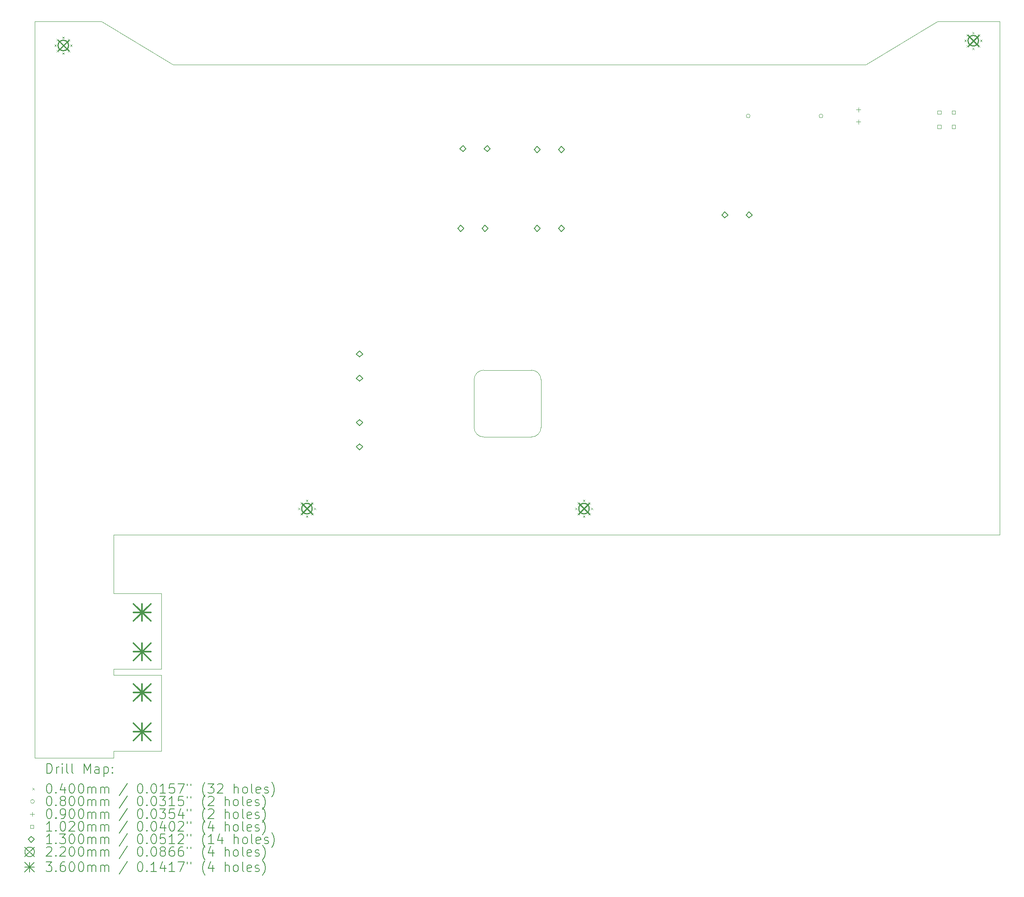
<source format=gbr>
%TF.GenerationSoftware,KiCad,Pcbnew,8.0.5-dirty*%
%TF.CreationDate,2024-10-04T17:55:29+02:00*%
%TF.ProjectId,bottom,626f7474-6f6d-42e6-9b69-6361645f7063,rev?*%
%TF.SameCoordinates,Original*%
%TF.FileFunction,Drillmap*%
%TF.FilePolarity,Positive*%
%FSLAX45Y45*%
G04 Gerber Fmt 4.5, Leading zero omitted, Abs format (unit mm)*
G04 Created by KiCad (PCBNEW 8.0.5-dirty) date 2024-10-04 17:55:29*
%MOMM*%
%LPD*%
G01*
G04 APERTURE LIST*
%ADD10C,0.100000*%
%ADD11C,0.200000*%
%ADD12C,0.102000*%
%ADD13C,0.130000*%
%ADD14C,0.220000*%
%ADD15C,0.360000*%
G04 APERTURE END LIST*
D10*
X7300000Y-2200000D02*
X21800000Y-2200000D01*
X24600000Y-1300000D02*
X23300000Y-1300000D01*
X23300000Y-1300000D02*
X21800000Y-2200000D01*
X5800000Y-1300000D02*
X7300000Y-2200000D01*
X4400000Y-1300000D02*
X5800000Y-1300000D01*
X6050000Y-12049500D02*
X6800000Y-12050000D01*
X24600000Y-12050000D02*
X24600000Y-1300000D01*
X6050000Y-14860000D02*
X6050000Y-14990000D01*
X7050000Y-16575000D02*
X6050000Y-16575000D01*
X6800000Y-12050000D02*
X24600000Y-12050000D01*
X13800000Y-10000000D02*
G75*
G02*
X13600000Y-9800000I0J200000D01*
G01*
X4400000Y-16725000D02*
X4400000Y-12050000D01*
X14800000Y-8600000D02*
G75*
G02*
X15000000Y-8800000I0J-200000D01*
G01*
X7050000Y-14990000D02*
X7050000Y-16575000D01*
X7050000Y-14860000D02*
X6050000Y-14860000D01*
X13800000Y-10000000D02*
X14800000Y-10000000D01*
X6050000Y-13274500D02*
X6050000Y-12049500D01*
X15000000Y-9800000D02*
G75*
G02*
X14800000Y-10000000I-200000J0D01*
G01*
X6050000Y-14990000D02*
X7050000Y-14990000D01*
X4400000Y-12050000D02*
X4400000Y-1300000D01*
X6050000Y-16725000D02*
X4400000Y-16725000D01*
X6050000Y-16575000D02*
X6050000Y-16725000D01*
X13600000Y-9800000D02*
X13600000Y-8800000D01*
X15000000Y-9800000D02*
X15000000Y-8800000D01*
X13600000Y-8800000D02*
G75*
G02*
X13800000Y-8600000I200000J0D01*
G01*
X7050000Y-13275000D02*
X7050000Y-14860000D01*
X13800000Y-8600000D02*
X14800000Y-8600000D01*
X6050000Y-13274500D02*
X7050000Y-13275000D01*
D11*
D10*
X4815000Y-1780000D02*
X4855000Y-1820000D01*
X4855000Y-1780000D02*
X4815000Y-1820000D01*
X4863327Y-1663327D02*
X4903327Y-1703327D01*
X4903327Y-1663327D02*
X4863327Y-1703327D01*
X4863327Y-1896673D02*
X4903327Y-1936673D01*
X4903327Y-1896673D02*
X4863327Y-1936673D01*
X4980000Y-1615000D02*
X5020000Y-1655000D01*
X5020000Y-1615000D02*
X4980000Y-1655000D01*
X4980000Y-1945000D02*
X5020000Y-1985000D01*
X5020000Y-1945000D02*
X4980000Y-1985000D01*
X5096673Y-1663327D02*
X5136673Y-1703327D01*
X5136673Y-1663327D02*
X5096673Y-1703327D01*
X5096673Y-1896673D02*
X5136673Y-1936673D01*
X5136673Y-1896673D02*
X5096673Y-1936673D01*
X5145000Y-1780000D02*
X5185000Y-1820000D01*
X5185000Y-1780000D02*
X5145000Y-1820000D01*
X9915000Y-11480000D02*
X9955000Y-11520000D01*
X9955000Y-11480000D02*
X9915000Y-11520000D01*
X9963327Y-11363327D02*
X10003327Y-11403327D01*
X10003327Y-11363327D02*
X9963327Y-11403327D01*
X9963327Y-11596673D02*
X10003327Y-11636673D01*
X10003327Y-11596673D02*
X9963327Y-11636673D01*
X10080000Y-11315000D02*
X10120000Y-11355000D01*
X10120000Y-11315000D02*
X10080000Y-11355000D01*
X10080000Y-11645000D02*
X10120000Y-11685000D01*
X10120000Y-11645000D02*
X10080000Y-11685000D01*
X10196673Y-11363327D02*
X10236673Y-11403327D01*
X10236673Y-11363327D02*
X10196673Y-11403327D01*
X10196673Y-11596673D02*
X10236673Y-11636673D01*
X10236673Y-11596673D02*
X10196673Y-11636673D01*
X10245000Y-11480000D02*
X10285000Y-11520000D01*
X10285000Y-11480000D02*
X10245000Y-11520000D01*
X15715000Y-11480000D02*
X15755000Y-11520000D01*
X15755000Y-11480000D02*
X15715000Y-11520000D01*
X15763327Y-11363327D02*
X15803327Y-11403327D01*
X15803327Y-11363327D02*
X15763327Y-11403327D01*
X15763327Y-11596673D02*
X15803327Y-11636673D01*
X15803327Y-11596673D02*
X15763327Y-11636673D01*
X15880000Y-11315000D02*
X15920000Y-11355000D01*
X15920000Y-11315000D02*
X15880000Y-11355000D01*
X15880000Y-11645000D02*
X15920000Y-11685000D01*
X15920000Y-11645000D02*
X15880000Y-11685000D01*
X15996673Y-11363327D02*
X16036673Y-11403327D01*
X16036673Y-11363327D02*
X15996673Y-11403327D01*
X15996673Y-11596673D02*
X16036673Y-11636673D01*
X16036673Y-11596673D02*
X15996673Y-11636673D01*
X16045000Y-11480000D02*
X16085000Y-11520000D01*
X16085000Y-11480000D02*
X16045000Y-11520000D01*
X23865000Y-1680000D02*
X23905000Y-1720000D01*
X23905000Y-1680000D02*
X23865000Y-1720000D01*
X23913327Y-1563327D02*
X23953327Y-1603327D01*
X23953327Y-1563327D02*
X23913327Y-1603327D01*
X23913327Y-1796673D02*
X23953327Y-1836673D01*
X23953327Y-1796673D02*
X23913327Y-1836673D01*
X24030000Y-1515000D02*
X24070000Y-1555000D01*
X24070000Y-1515000D02*
X24030000Y-1555000D01*
X24030000Y-1845000D02*
X24070000Y-1885000D01*
X24070000Y-1845000D02*
X24030000Y-1885000D01*
X24146673Y-1563327D02*
X24186673Y-1603327D01*
X24186673Y-1563327D02*
X24146673Y-1603327D01*
X24146673Y-1796673D02*
X24186673Y-1836673D01*
X24186673Y-1796673D02*
X24146673Y-1836673D01*
X24195000Y-1680000D02*
X24235000Y-1720000D01*
X24235000Y-1680000D02*
X24195000Y-1720000D01*
X19378000Y-3275000D02*
G75*
G02*
X19298000Y-3275000I-40000J0D01*
G01*
X19298000Y-3275000D02*
G75*
G02*
X19378000Y-3275000I40000J0D01*
G01*
X20902000Y-3275000D02*
G75*
G02*
X20822000Y-3275000I-40000J0D01*
G01*
X20822000Y-3275000D02*
G75*
G02*
X20902000Y-3275000I40000J0D01*
G01*
X21647500Y-3101000D02*
X21647500Y-3191000D01*
X21602500Y-3146000D02*
X21692500Y-3146000D01*
X21647500Y-3355000D02*
X21647500Y-3445000D01*
X21602500Y-3400000D02*
X21692500Y-3400000D01*
D12*
X23374063Y-3236063D02*
X23374063Y-3163937D01*
X23301937Y-3163937D01*
X23301937Y-3236063D01*
X23374063Y-3236063D01*
X23374063Y-3536063D02*
X23374063Y-3463937D01*
X23301937Y-3463937D01*
X23301937Y-3536063D01*
X23374063Y-3536063D01*
X23674063Y-3236063D02*
X23674063Y-3163937D01*
X23601937Y-3163937D01*
X23601937Y-3236063D01*
X23674063Y-3236063D01*
X23674063Y-3536063D02*
X23674063Y-3463937D01*
X23601937Y-3463937D01*
X23601937Y-3536063D01*
X23674063Y-3536063D01*
D13*
X11200000Y-8327000D02*
X11265000Y-8262000D01*
X11200000Y-8197000D01*
X11135000Y-8262000D01*
X11200000Y-8327000D01*
X11200000Y-8835000D02*
X11265000Y-8770000D01*
X11200000Y-8705000D01*
X11135000Y-8770000D01*
X11200000Y-8835000D01*
X11200000Y-9763000D02*
X11265000Y-9698000D01*
X11200000Y-9633000D01*
X11135000Y-9698000D01*
X11200000Y-9763000D01*
X11200000Y-10271000D02*
X11265000Y-10206000D01*
X11200000Y-10141000D01*
X11135000Y-10206000D01*
X11200000Y-10271000D01*
X13320500Y-5695500D02*
X13385500Y-5630500D01*
X13320500Y-5565500D01*
X13255500Y-5630500D01*
X13320500Y-5695500D01*
X13366000Y-4026000D02*
X13431000Y-3961000D01*
X13366000Y-3896000D01*
X13301000Y-3961000D01*
X13366000Y-4026000D01*
X13828500Y-5695500D02*
X13893500Y-5630500D01*
X13828500Y-5565500D01*
X13763500Y-5630500D01*
X13828500Y-5695500D01*
X13874000Y-4026000D02*
X13939000Y-3961000D01*
X13874000Y-3896000D01*
X13809000Y-3961000D01*
X13874000Y-4026000D01*
X14920500Y-4045500D02*
X14985500Y-3980500D01*
X14920500Y-3915500D01*
X14855500Y-3980500D01*
X14920500Y-4045500D01*
X14920500Y-5695500D02*
X14985500Y-5630500D01*
X14920500Y-5565500D01*
X14855500Y-5630500D01*
X14920500Y-5695500D01*
X15428500Y-4045500D02*
X15493500Y-3980500D01*
X15428500Y-3915500D01*
X15363500Y-3980500D01*
X15428500Y-4045500D01*
X15428500Y-5695500D02*
X15493500Y-5630500D01*
X15428500Y-5565500D01*
X15363500Y-5630500D01*
X15428500Y-5695500D01*
X18850000Y-5415000D02*
X18915000Y-5350000D01*
X18850000Y-5285000D01*
X18785000Y-5350000D01*
X18850000Y-5415000D01*
X19358000Y-5415000D02*
X19423000Y-5350000D01*
X19358000Y-5285000D01*
X19293000Y-5350000D01*
X19358000Y-5415000D01*
D14*
X4890000Y-1690000D02*
X5110000Y-1910000D01*
X5110000Y-1690000D02*
X4890000Y-1910000D01*
X5110000Y-1800000D02*
G75*
G02*
X4890000Y-1800000I-110000J0D01*
G01*
X4890000Y-1800000D02*
G75*
G02*
X5110000Y-1800000I110000J0D01*
G01*
X9990000Y-11390000D02*
X10210000Y-11610000D01*
X10210000Y-11390000D02*
X9990000Y-11610000D01*
X10210000Y-11500000D02*
G75*
G02*
X9990000Y-11500000I-110000J0D01*
G01*
X9990000Y-11500000D02*
G75*
G02*
X10210000Y-11500000I110000J0D01*
G01*
X15790000Y-11390000D02*
X16010000Y-11610000D01*
X16010000Y-11390000D02*
X15790000Y-11610000D01*
X16010000Y-11500000D02*
G75*
G02*
X15790000Y-11500000I-110000J0D01*
G01*
X15790000Y-11500000D02*
G75*
G02*
X16010000Y-11500000I110000J0D01*
G01*
X23940000Y-1590000D02*
X24160000Y-1810000D01*
X24160000Y-1590000D02*
X23940000Y-1810000D01*
X24160000Y-1700000D02*
G75*
G02*
X23940000Y-1700000I-110000J0D01*
G01*
X23940000Y-1700000D02*
G75*
G02*
X24160000Y-1700000I110000J0D01*
G01*
D15*
X6470000Y-13495000D02*
X6830000Y-13855000D01*
X6830000Y-13495000D02*
X6470000Y-13855000D01*
X6650000Y-13495000D02*
X6650000Y-13855000D01*
X6470000Y-13675000D02*
X6830000Y-13675000D01*
X6470000Y-14320000D02*
X6830000Y-14680000D01*
X6830000Y-14320000D02*
X6470000Y-14680000D01*
X6650000Y-14320000D02*
X6650000Y-14680000D01*
X6470000Y-14500000D02*
X6830000Y-14500000D01*
X6470000Y-15170000D02*
X6830000Y-15530000D01*
X6830000Y-15170000D02*
X6470000Y-15530000D01*
X6650000Y-15170000D02*
X6650000Y-15530000D01*
X6470000Y-15350000D02*
X6830000Y-15350000D01*
X6470000Y-15995000D02*
X6830000Y-16355000D01*
X6830000Y-15995000D02*
X6470000Y-16355000D01*
X6650000Y-15995000D02*
X6650000Y-16355000D01*
X6470000Y-16175000D02*
X6830000Y-16175000D01*
D11*
X4655777Y-17041484D02*
X4655777Y-16841484D01*
X4655777Y-16841484D02*
X4703396Y-16841484D01*
X4703396Y-16841484D02*
X4731967Y-16851008D01*
X4731967Y-16851008D02*
X4751015Y-16870055D01*
X4751015Y-16870055D02*
X4760539Y-16889103D01*
X4760539Y-16889103D02*
X4770063Y-16927198D01*
X4770063Y-16927198D02*
X4770063Y-16955770D01*
X4770063Y-16955770D02*
X4760539Y-16993865D01*
X4760539Y-16993865D02*
X4751015Y-17012912D01*
X4751015Y-17012912D02*
X4731967Y-17031960D01*
X4731967Y-17031960D02*
X4703396Y-17041484D01*
X4703396Y-17041484D02*
X4655777Y-17041484D01*
X4855777Y-17041484D02*
X4855777Y-16908150D01*
X4855777Y-16946246D02*
X4865301Y-16927198D01*
X4865301Y-16927198D02*
X4874824Y-16917674D01*
X4874824Y-16917674D02*
X4893872Y-16908150D01*
X4893872Y-16908150D02*
X4912920Y-16908150D01*
X4979586Y-17041484D02*
X4979586Y-16908150D01*
X4979586Y-16841484D02*
X4970063Y-16851008D01*
X4970063Y-16851008D02*
X4979586Y-16860531D01*
X4979586Y-16860531D02*
X4989110Y-16851008D01*
X4989110Y-16851008D02*
X4979586Y-16841484D01*
X4979586Y-16841484D02*
X4979586Y-16860531D01*
X5103396Y-17041484D02*
X5084348Y-17031960D01*
X5084348Y-17031960D02*
X5074824Y-17012912D01*
X5074824Y-17012912D02*
X5074824Y-16841484D01*
X5208158Y-17041484D02*
X5189110Y-17031960D01*
X5189110Y-17031960D02*
X5179586Y-17012912D01*
X5179586Y-17012912D02*
X5179586Y-16841484D01*
X5436729Y-17041484D02*
X5436729Y-16841484D01*
X5436729Y-16841484D02*
X5503396Y-16984341D01*
X5503396Y-16984341D02*
X5570063Y-16841484D01*
X5570063Y-16841484D02*
X5570063Y-17041484D01*
X5751015Y-17041484D02*
X5751015Y-16936722D01*
X5751015Y-16936722D02*
X5741491Y-16917674D01*
X5741491Y-16917674D02*
X5722443Y-16908150D01*
X5722443Y-16908150D02*
X5684348Y-16908150D01*
X5684348Y-16908150D02*
X5665301Y-16917674D01*
X5751015Y-17031960D02*
X5731967Y-17041484D01*
X5731967Y-17041484D02*
X5684348Y-17041484D01*
X5684348Y-17041484D02*
X5665301Y-17031960D01*
X5665301Y-17031960D02*
X5655777Y-17012912D01*
X5655777Y-17012912D02*
X5655777Y-16993865D01*
X5655777Y-16993865D02*
X5665301Y-16974817D01*
X5665301Y-16974817D02*
X5684348Y-16965293D01*
X5684348Y-16965293D02*
X5731967Y-16965293D01*
X5731967Y-16965293D02*
X5751015Y-16955770D01*
X5846253Y-16908150D02*
X5846253Y-17108150D01*
X5846253Y-16917674D02*
X5865301Y-16908150D01*
X5865301Y-16908150D02*
X5903396Y-16908150D01*
X5903396Y-16908150D02*
X5922443Y-16917674D01*
X5922443Y-16917674D02*
X5931967Y-16927198D01*
X5931967Y-16927198D02*
X5941491Y-16946246D01*
X5941491Y-16946246D02*
X5941491Y-17003389D01*
X5941491Y-17003389D02*
X5931967Y-17022436D01*
X5931967Y-17022436D02*
X5922443Y-17031960D01*
X5922443Y-17031960D02*
X5903396Y-17041484D01*
X5903396Y-17041484D02*
X5865301Y-17041484D01*
X5865301Y-17041484D02*
X5846253Y-17031960D01*
X6027205Y-17022436D02*
X6036729Y-17031960D01*
X6036729Y-17031960D02*
X6027205Y-17041484D01*
X6027205Y-17041484D02*
X6017682Y-17031960D01*
X6017682Y-17031960D02*
X6027205Y-17022436D01*
X6027205Y-17022436D02*
X6027205Y-17041484D01*
X6027205Y-16917674D02*
X6036729Y-16927198D01*
X6036729Y-16927198D02*
X6027205Y-16936722D01*
X6027205Y-16936722D02*
X6017682Y-16927198D01*
X6017682Y-16927198D02*
X6027205Y-16917674D01*
X6027205Y-16917674D02*
X6027205Y-16936722D01*
D10*
X4355000Y-17350000D02*
X4395000Y-17390000D01*
X4395000Y-17350000D02*
X4355000Y-17390000D01*
D11*
X4693872Y-17261484D02*
X4712920Y-17261484D01*
X4712920Y-17261484D02*
X4731967Y-17271008D01*
X4731967Y-17271008D02*
X4741491Y-17280531D01*
X4741491Y-17280531D02*
X4751015Y-17299579D01*
X4751015Y-17299579D02*
X4760539Y-17337674D01*
X4760539Y-17337674D02*
X4760539Y-17385293D01*
X4760539Y-17385293D02*
X4751015Y-17423389D01*
X4751015Y-17423389D02*
X4741491Y-17442436D01*
X4741491Y-17442436D02*
X4731967Y-17451960D01*
X4731967Y-17451960D02*
X4712920Y-17461484D01*
X4712920Y-17461484D02*
X4693872Y-17461484D01*
X4693872Y-17461484D02*
X4674824Y-17451960D01*
X4674824Y-17451960D02*
X4665301Y-17442436D01*
X4665301Y-17442436D02*
X4655777Y-17423389D01*
X4655777Y-17423389D02*
X4646253Y-17385293D01*
X4646253Y-17385293D02*
X4646253Y-17337674D01*
X4646253Y-17337674D02*
X4655777Y-17299579D01*
X4655777Y-17299579D02*
X4665301Y-17280531D01*
X4665301Y-17280531D02*
X4674824Y-17271008D01*
X4674824Y-17271008D02*
X4693872Y-17261484D01*
X4846253Y-17442436D02*
X4855777Y-17451960D01*
X4855777Y-17451960D02*
X4846253Y-17461484D01*
X4846253Y-17461484D02*
X4836729Y-17451960D01*
X4836729Y-17451960D02*
X4846253Y-17442436D01*
X4846253Y-17442436D02*
X4846253Y-17461484D01*
X5027205Y-17328150D02*
X5027205Y-17461484D01*
X4979586Y-17251960D02*
X4931967Y-17394817D01*
X4931967Y-17394817D02*
X5055777Y-17394817D01*
X5170063Y-17261484D02*
X5189110Y-17261484D01*
X5189110Y-17261484D02*
X5208158Y-17271008D01*
X5208158Y-17271008D02*
X5217682Y-17280531D01*
X5217682Y-17280531D02*
X5227205Y-17299579D01*
X5227205Y-17299579D02*
X5236729Y-17337674D01*
X5236729Y-17337674D02*
X5236729Y-17385293D01*
X5236729Y-17385293D02*
X5227205Y-17423389D01*
X5227205Y-17423389D02*
X5217682Y-17442436D01*
X5217682Y-17442436D02*
X5208158Y-17451960D01*
X5208158Y-17451960D02*
X5189110Y-17461484D01*
X5189110Y-17461484D02*
X5170063Y-17461484D01*
X5170063Y-17461484D02*
X5151015Y-17451960D01*
X5151015Y-17451960D02*
X5141491Y-17442436D01*
X5141491Y-17442436D02*
X5131967Y-17423389D01*
X5131967Y-17423389D02*
X5122444Y-17385293D01*
X5122444Y-17385293D02*
X5122444Y-17337674D01*
X5122444Y-17337674D02*
X5131967Y-17299579D01*
X5131967Y-17299579D02*
X5141491Y-17280531D01*
X5141491Y-17280531D02*
X5151015Y-17271008D01*
X5151015Y-17271008D02*
X5170063Y-17261484D01*
X5360539Y-17261484D02*
X5379586Y-17261484D01*
X5379586Y-17261484D02*
X5398634Y-17271008D01*
X5398634Y-17271008D02*
X5408158Y-17280531D01*
X5408158Y-17280531D02*
X5417682Y-17299579D01*
X5417682Y-17299579D02*
X5427205Y-17337674D01*
X5427205Y-17337674D02*
X5427205Y-17385293D01*
X5427205Y-17385293D02*
X5417682Y-17423389D01*
X5417682Y-17423389D02*
X5408158Y-17442436D01*
X5408158Y-17442436D02*
X5398634Y-17451960D01*
X5398634Y-17451960D02*
X5379586Y-17461484D01*
X5379586Y-17461484D02*
X5360539Y-17461484D01*
X5360539Y-17461484D02*
X5341491Y-17451960D01*
X5341491Y-17451960D02*
X5331967Y-17442436D01*
X5331967Y-17442436D02*
X5322444Y-17423389D01*
X5322444Y-17423389D02*
X5312920Y-17385293D01*
X5312920Y-17385293D02*
X5312920Y-17337674D01*
X5312920Y-17337674D02*
X5322444Y-17299579D01*
X5322444Y-17299579D02*
X5331967Y-17280531D01*
X5331967Y-17280531D02*
X5341491Y-17271008D01*
X5341491Y-17271008D02*
X5360539Y-17261484D01*
X5512920Y-17461484D02*
X5512920Y-17328150D01*
X5512920Y-17347198D02*
X5522444Y-17337674D01*
X5522444Y-17337674D02*
X5541491Y-17328150D01*
X5541491Y-17328150D02*
X5570063Y-17328150D01*
X5570063Y-17328150D02*
X5589110Y-17337674D01*
X5589110Y-17337674D02*
X5598634Y-17356722D01*
X5598634Y-17356722D02*
X5598634Y-17461484D01*
X5598634Y-17356722D02*
X5608158Y-17337674D01*
X5608158Y-17337674D02*
X5627205Y-17328150D01*
X5627205Y-17328150D02*
X5655777Y-17328150D01*
X5655777Y-17328150D02*
X5674824Y-17337674D01*
X5674824Y-17337674D02*
X5684348Y-17356722D01*
X5684348Y-17356722D02*
X5684348Y-17461484D01*
X5779586Y-17461484D02*
X5779586Y-17328150D01*
X5779586Y-17347198D02*
X5789110Y-17337674D01*
X5789110Y-17337674D02*
X5808158Y-17328150D01*
X5808158Y-17328150D02*
X5836729Y-17328150D01*
X5836729Y-17328150D02*
X5855777Y-17337674D01*
X5855777Y-17337674D02*
X5865301Y-17356722D01*
X5865301Y-17356722D02*
X5865301Y-17461484D01*
X5865301Y-17356722D02*
X5874824Y-17337674D01*
X5874824Y-17337674D02*
X5893872Y-17328150D01*
X5893872Y-17328150D02*
X5922443Y-17328150D01*
X5922443Y-17328150D02*
X5941491Y-17337674D01*
X5941491Y-17337674D02*
X5951015Y-17356722D01*
X5951015Y-17356722D02*
X5951015Y-17461484D01*
X6341491Y-17251960D02*
X6170063Y-17509103D01*
X6598634Y-17261484D02*
X6617682Y-17261484D01*
X6617682Y-17261484D02*
X6636729Y-17271008D01*
X6636729Y-17271008D02*
X6646253Y-17280531D01*
X6646253Y-17280531D02*
X6655777Y-17299579D01*
X6655777Y-17299579D02*
X6665301Y-17337674D01*
X6665301Y-17337674D02*
X6665301Y-17385293D01*
X6665301Y-17385293D02*
X6655777Y-17423389D01*
X6655777Y-17423389D02*
X6646253Y-17442436D01*
X6646253Y-17442436D02*
X6636729Y-17451960D01*
X6636729Y-17451960D02*
X6617682Y-17461484D01*
X6617682Y-17461484D02*
X6598634Y-17461484D01*
X6598634Y-17461484D02*
X6579586Y-17451960D01*
X6579586Y-17451960D02*
X6570063Y-17442436D01*
X6570063Y-17442436D02*
X6560539Y-17423389D01*
X6560539Y-17423389D02*
X6551015Y-17385293D01*
X6551015Y-17385293D02*
X6551015Y-17337674D01*
X6551015Y-17337674D02*
X6560539Y-17299579D01*
X6560539Y-17299579D02*
X6570063Y-17280531D01*
X6570063Y-17280531D02*
X6579586Y-17271008D01*
X6579586Y-17271008D02*
X6598634Y-17261484D01*
X6751015Y-17442436D02*
X6760539Y-17451960D01*
X6760539Y-17451960D02*
X6751015Y-17461484D01*
X6751015Y-17461484D02*
X6741491Y-17451960D01*
X6741491Y-17451960D02*
X6751015Y-17442436D01*
X6751015Y-17442436D02*
X6751015Y-17461484D01*
X6884348Y-17261484D02*
X6903396Y-17261484D01*
X6903396Y-17261484D02*
X6922444Y-17271008D01*
X6922444Y-17271008D02*
X6931967Y-17280531D01*
X6931967Y-17280531D02*
X6941491Y-17299579D01*
X6941491Y-17299579D02*
X6951015Y-17337674D01*
X6951015Y-17337674D02*
X6951015Y-17385293D01*
X6951015Y-17385293D02*
X6941491Y-17423389D01*
X6941491Y-17423389D02*
X6931967Y-17442436D01*
X6931967Y-17442436D02*
X6922444Y-17451960D01*
X6922444Y-17451960D02*
X6903396Y-17461484D01*
X6903396Y-17461484D02*
X6884348Y-17461484D01*
X6884348Y-17461484D02*
X6865301Y-17451960D01*
X6865301Y-17451960D02*
X6855777Y-17442436D01*
X6855777Y-17442436D02*
X6846253Y-17423389D01*
X6846253Y-17423389D02*
X6836729Y-17385293D01*
X6836729Y-17385293D02*
X6836729Y-17337674D01*
X6836729Y-17337674D02*
X6846253Y-17299579D01*
X6846253Y-17299579D02*
X6855777Y-17280531D01*
X6855777Y-17280531D02*
X6865301Y-17271008D01*
X6865301Y-17271008D02*
X6884348Y-17261484D01*
X7141491Y-17461484D02*
X7027206Y-17461484D01*
X7084348Y-17461484D02*
X7084348Y-17261484D01*
X7084348Y-17261484D02*
X7065301Y-17290055D01*
X7065301Y-17290055D02*
X7046253Y-17309103D01*
X7046253Y-17309103D02*
X7027206Y-17318627D01*
X7322444Y-17261484D02*
X7227206Y-17261484D01*
X7227206Y-17261484D02*
X7217682Y-17356722D01*
X7217682Y-17356722D02*
X7227206Y-17347198D01*
X7227206Y-17347198D02*
X7246253Y-17337674D01*
X7246253Y-17337674D02*
X7293872Y-17337674D01*
X7293872Y-17337674D02*
X7312920Y-17347198D01*
X7312920Y-17347198D02*
X7322444Y-17356722D01*
X7322444Y-17356722D02*
X7331967Y-17375770D01*
X7331967Y-17375770D02*
X7331967Y-17423389D01*
X7331967Y-17423389D02*
X7322444Y-17442436D01*
X7322444Y-17442436D02*
X7312920Y-17451960D01*
X7312920Y-17451960D02*
X7293872Y-17461484D01*
X7293872Y-17461484D02*
X7246253Y-17461484D01*
X7246253Y-17461484D02*
X7227206Y-17451960D01*
X7227206Y-17451960D02*
X7217682Y-17442436D01*
X7398634Y-17261484D02*
X7531967Y-17261484D01*
X7531967Y-17261484D02*
X7446253Y-17461484D01*
X7598634Y-17261484D02*
X7598634Y-17299579D01*
X7674825Y-17261484D02*
X7674825Y-17299579D01*
X7970063Y-17537674D02*
X7960539Y-17528150D01*
X7960539Y-17528150D02*
X7941491Y-17499579D01*
X7941491Y-17499579D02*
X7931968Y-17480531D01*
X7931968Y-17480531D02*
X7922444Y-17451960D01*
X7922444Y-17451960D02*
X7912920Y-17404341D01*
X7912920Y-17404341D02*
X7912920Y-17366246D01*
X7912920Y-17366246D02*
X7922444Y-17318627D01*
X7922444Y-17318627D02*
X7931968Y-17290055D01*
X7931968Y-17290055D02*
X7941491Y-17271008D01*
X7941491Y-17271008D02*
X7960539Y-17242436D01*
X7960539Y-17242436D02*
X7970063Y-17232912D01*
X8027206Y-17261484D02*
X8151015Y-17261484D01*
X8151015Y-17261484D02*
X8084348Y-17337674D01*
X8084348Y-17337674D02*
X8112920Y-17337674D01*
X8112920Y-17337674D02*
X8131968Y-17347198D01*
X8131968Y-17347198D02*
X8141491Y-17356722D01*
X8141491Y-17356722D02*
X8151015Y-17375770D01*
X8151015Y-17375770D02*
X8151015Y-17423389D01*
X8151015Y-17423389D02*
X8141491Y-17442436D01*
X8141491Y-17442436D02*
X8131968Y-17451960D01*
X8131968Y-17451960D02*
X8112920Y-17461484D01*
X8112920Y-17461484D02*
X8055777Y-17461484D01*
X8055777Y-17461484D02*
X8036729Y-17451960D01*
X8036729Y-17451960D02*
X8027206Y-17442436D01*
X8227206Y-17280531D02*
X8236729Y-17271008D01*
X8236729Y-17271008D02*
X8255777Y-17261484D01*
X8255777Y-17261484D02*
X8303396Y-17261484D01*
X8303396Y-17261484D02*
X8322444Y-17271008D01*
X8322444Y-17271008D02*
X8331968Y-17280531D01*
X8331968Y-17280531D02*
X8341491Y-17299579D01*
X8341491Y-17299579D02*
X8341491Y-17318627D01*
X8341491Y-17318627D02*
X8331968Y-17347198D01*
X8331968Y-17347198D02*
X8217682Y-17461484D01*
X8217682Y-17461484D02*
X8341491Y-17461484D01*
X8579587Y-17461484D02*
X8579587Y-17261484D01*
X8665301Y-17461484D02*
X8665301Y-17356722D01*
X8665301Y-17356722D02*
X8655777Y-17337674D01*
X8655777Y-17337674D02*
X8636730Y-17328150D01*
X8636730Y-17328150D02*
X8608158Y-17328150D01*
X8608158Y-17328150D02*
X8589111Y-17337674D01*
X8589111Y-17337674D02*
X8579587Y-17347198D01*
X8789111Y-17461484D02*
X8770063Y-17451960D01*
X8770063Y-17451960D02*
X8760539Y-17442436D01*
X8760539Y-17442436D02*
X8751015Y-17423389D01*
X8751015Y-17423389D02*
X8751015Y-17366246D01*
X8751015Y-17366246D02*
X8760539Y-17347198D01*
X8760539Y-17347198D02*
X8770063Y-17337674D01*
X8770063Y-17337674D02*
X8789111Y-17328150D01*
X8789111Y-17328150D02*
X8817682Y-17328150D01*
X8817682Y-17328150D02*
X8836730Y-17337674D01*
X8836730Y-17337674D02*
X8846253Y-17347198D01*
X8846253Y-17347198D02*
X8855777Y-17366246D01*
X8855777Y-17366246D02*
X8855777Y-17423389D01*
X8855777Y-17423389D02*
X8846253Y-17442436D01*
X8846253Y-17442436D02*
X8836730Y-17451960D01*
X8836730Y-17451960D02*
X8817682Y-17461484D01*
X8817682Y-17461484D02*
X8789111Y-17461484D01*
X8970063Y-17461484D02*
X8951015Y-17451960D01*
X8951015Y-17451960D02*
X8941492Y-17432912D01*
X8941492Y-17432912D02*
X8941492Y-17261484D01*
X9122444Y-17451960D02*
X9103396Y-17461484D01*
X9103396Y-17461484D02*
X9065301Y-17461484D01*
X9065301Y-17461484D02*
X9046253Y-17451960D01*
X9046253Y-17451960D02*
X9036730Y-17432912D01*
X9036730Y-17432912D02*
X9036730Y-17356722D01*
X9036730Y-17356722D02*
X9046253Y-17337674D01*
X9046253Y-17337674D02*
X9065301Y-17328150D01*
X9065301Y-17328150D02*
X9103396Y-17328150D01*
X9103396Y-17328150D02*
X9122444Y-17337674D01*
X9122444Y-17337674D02*
X9131968Y-17356722D01*
X9131968Y-17356722D02*
X9131968Y-17375770D01*
X9131968Y-17375770D02*
X9036730Y-17394817D01*
X9208158Y-17451960D02*
X9227206Y-17461484D01*
X9227206Y-17461484D02*
X9265301Y-17461484D01*
X9265301Y-17461484D02*
X9284349Y-17451960D01*
X9284349Y-17451960D02*
X9293873Y-17432912D01*
X9293873Y-17432912D02*
X9293873Y-17423389D01*
X9293873Y-17423389D02*
X9284349Y-17404341D01*
X9284349Y-17404341D02*
X9265301Y-17394817D01*
X9265301Y-17394817D02*
X9236730Y-17394817D01*
X9236730Y-17394817D02*
X9217682Y-17385293D01*
X9217682Y-17385293D02*
X9208158Y-17366246D01*
X9208158Y-17366246D02*
X9208158Y-17356722D01*
X9208158Y-17356722D02*
X9217682Y-17337674D01*
X9217682Y-17337674D02*
X9236730Y-17328150D01*
X9236730Y-17328150D02*
X9265301Y-17328150D01*
X9265301Y-17328150D02*
X9284349Y-17337674D01*
X9360539Y-17537674D02*
X9370063Y-17528150D01*
X9370063Y-17528150D02*
X9389111Y-17499579D01*
X9389111Y-17499579D02*
X9398634Y-17480531D01*
X9398634Y-17480531D02*
X9408158Y-17451960D01*
X9408158Y-17451960D02*
X9417682Y-17404341D01*
X9417682Y-17404341D02*
X9417682Y-17366246D01*
X9417682Y-17366246D02*
X9408158Y-17318627D01*
X9408158Y-17318627D02*
X9398634Y-17290055D01*
X9398634Y-17290055D02*
X9389111Y-17271008D01*
X9389111Y-17271008D02*
X9370063Y-17242436D01*
X9370063Y-17242436D02*
X9360539Y-17232912D01*
D10*
X4395000Y-17634000D02*
G75*
G02*
X4315000Y-17634000I-40000J0D01*
G01*
X4315000Y-17634000D02*
G75*
G02*
X4395000Y-17634000I40000J0D01*
G01*
D11*
X4693872Y-17525484D02*
X4712920Y-17525484D01*
X4712920Y-17525484D02*
X4731967Y-17535008D01*
X4731967Y-17535008D02*
X4741491Y-17544531D01*
X4741491Y-17544531D02*
X4751015Y-17563579D01*
X4751015Y-17563579D02*
X4760539Y-17601674D01*
X4760539Y-17601674D02*
X4760539Y-17649293D01*
X4760539Y-17649293D02*
X4751015Y-17687389D01*
X4751015Y-17687389D02*
X4741491Y-17706436D01*
X4741491Y-17706436D02*
X4731967Y-17715960D01*
X4731967Y-17715960D02*
X4712920Y-17725484D01*
X4712920Y-17725484D02*
X4693872Y-17725484D01*
X4693872Y-17725484D02*
X4674824Y-17715960D01*
X4674824Y-17715960D02*
X4665301Y-17706436D01*
X4665301Y-17706436D02*
X4655777Y-17687389D01*
X4655777Y-17687389D02*
X4646253Y-17649293D01*
X4646253Y-17649293D02*
X4646253Y-17601674D01*
X4646253Y-17601674D02*
X4655777Y-17563579D01*
X4655777Y-17563579D02*
X4665301Y-17544531D01*
X4665301Y-17544531D02*
X4674824Y-17535008D01*
X4674824Y-17535008D02*
X4693872Y-17525484D01*
X4846253Y-17706436D02*
X4855777Y-17715960D01*
X4855777Y-17715960D02*
X4846253Y-17725484D01*
X4846253Y-17725484D02*
X4836729Y-17715960D01*
X4836729Y-17715960D02*
X4846253Y-17706436D01*
X4846253Y-17706436D02*
X4846253Y-17725484D01*
X4970063Y-17611198D02*
X4951015Y-17601674D01*
X4951015Y-17601674D02*
X4941491Y-17592150D01*
X4941491Y-17592150D02*
X4931967Y-17573103D01*
X4931967Y-17573103D02*
X4931967Y-17563579D01*
X4931967Y-17563579D02*
X4941491Y-17544531D01*
X4941491Y-17544531D02*
X4951015Y-17535008D01*
X4951015Y-17535008D02*
X4970063Y-17525484D01*
X4970063Y-17525484D02*
X5008158Y-17525484D01*
X5008158Y-17525484D02*
X5027205Y-17535008D01*
X5027205Y-17535008D02*
X5036729Y-17544531D01*
X5036729Y-17544531D02*
X5046253Y-17563579D01*
X5046253Y-17563579D02*
X5046253Y-17573103D01*
X5046253Y-17573103D02*
X5036729Y-17592150D01*
X5036729Y-17592150D02*
X5027205Y-17601674D01*
X5027205Y-17601674D02*
X5008158Y-17611198D01*
X5008158Y-17611198D02*
X4970063Y-17611198D01*
X4970063Y-17611198D02*
X4951015Y-17620722D01*
X4951015Y-17620722D02*
X4941491Y-17630246D01*
X4941491Y-17630246D02*
X4931967Y-17649293D01*
X4931967Y-17649293D02*
X4931967Y-17687389D01*
X4931967Y-17687389D02*
X4941491Y-17706436D01*
X4941491Y-17706436D02*
X4951015Y-17715960D01*
X4951015Y-17715960D02*
X4970063Y-17725484D01*
X4970063Y-17725484D02*
X5008158Y-17725484D01*
X5008158Y-17725484D02*
X5027205Y-17715960D01*
X5027205Y-17715960D02*
X5036729Y-17706436D01*
X5036729Y-17706436D02*
X5046253Y-17687389D01*
X5046253Y-17687389D02*
X5046253Y-17649293D01*
X5046253Y-17649293D02*
X5036729Y-17630246D01*
X5036729Y-17630246D02*
X5027205Y-17620722D01*
X5027205Y-17620722D02*
X5008158Y-17611198D01*
X5170063Y-17525484D02*
X5189110Y-17525484D01*
X5189110Y-17525484D02*
X5208158Y-17535008D01*
X5208158Y-17535008D02*
X5217682Y-17544531D01*
X5217682Y-17544531D02*
X5227205Y-17563579D01*
X5227205Y-17563579D02*
X5236729Y-17601674D01*
X5236729Y-17601674D02*
X5236729Y-17649293D01*
X5236729Y-17649293D02*
X5227205Y-17687389D01*
X5227205Y-17687389D02*
X5217682Y-17706436D01*
X5217682Y-17706436D02*
X5208158Y-17715960D01*
X5208158Y-17715960D02*
X5189110Y-17725484D01*
X5189110Y-17725484D02*
X5170063Y-17725484D01*
X5170063Y-17725484D02*
X5151015Y-17715960D01*
X5151015Y-17715960D02*
X5141491Y-17706436D01*
X5141491Y-17706436D02*
X5131967Y-17687389D01*
X5131967Y-17687389D02*
X5122444Y-17649293D01*
X5122444Y-17649293D02*
X5122444Y-17601674D01*
X5122444Y-17601674D02*
X5131967Y-17563579D01*
X5131967Y-17563579D02*
X5141491Y-17544531D01*
X5141491Y-17544531D02*
X5151015Y-17535008D01*
X5151015Y-17535008D02*
X5170063Y-17525484D01*
X5360539Y-17525484D02*
X5379586Y-17525484D01*
X5379586Y-17525484D02*
X5398634Y-17535008D01*
X5398634Y-17535008D02*
X5408158Y-17544531D01*
X5408158Y-17544531D02*
X5417682Y-17563579D01*
X5417682Y-17563579D02*
X5427205Y-17601674D01*
X5427205Y-17601674D02*
X5427205Y-17649293D01*
X5427205Y-17649293D02*
X5417682Y-17687389D01*
X5417682Y-17687389D02*
X5408158Y-17706436D01*
X5408158Y-17706436D02*
X5398634Y-17715960D01*
X5398634Y-17715960D02*
X5379586Y-17725484D01*
X5379586Y-17725484D02*
X5360539Y-17725484D01*
X5360539Y-17725484D02*
X5341491Y-17715960D01*
X5341491Y-17715960D02*
X5331967Y-17706436D01*
X5331967Y-17706436D02*
X5322444Y-17687389D01*
X5322444Y-17687389D02*
X5312920Y-17649293D01*
X5312920Y-17649293D02*
X5312920Y-17601674D01*
X5312920Y-17601674D02*
X5322444Y-17563579D01*
X5322444Y-17563579D02*
X5331967Y-17544531D01*
X5331967Y-17544531D02*
X5341491Y-17535008D01*
X5341491Y-17535008D02*
X5360539Y-17525484D01*
X5512920Y-17725484D02*
X5512920Y-17592150D01*
X5512920Y-17611198D02*
X5522444Y-17601674D01*
X5522444Y-17601674D02*
X5541491Y-17592150D01*
X5541491Y-17592150D02*
X5570063Y-17592150D01*
X5570063Y-17592150D02*
X5589110Y-17601674D01*
X5589110Y-17601674D02*
X5598634Y-17620722D01*
X5598634Y-17620722D02*
X5598634Y-17725484D01*
X5598634Y-17620722D02*
X5608158Y-17601674D01*
X5608158Y-17601674D02*
X5627205Y-17592150D01*
X5627205Y-17592150D02*
X5655777Y-17592150D01*
X5655777Y-17592150D02*
X5674824Y-17601674D01*
X5674824Y-17601674D02*
X5684348Y-17620722D01*
X5684348Y-17620722D02*
X5684348Y-17725484D01*
X5779586Y-17725484D02*
X5779586Y-17592150D01*
X5779586Y-17611198D02*
X5789110Y-17601674D01*
X5789110Y-17601674D02*
X5808158Y-17592150D01*
X5808158Y-17592150D02*
X5836729Y-17592150D01*
X5836729Y-17592150D02*
X5855777Y-17601674D01*
X5855777Y-17601674D02*
X5865301Y-17620722D01*
X5865301Y-17620722D02*
X5865301Y-17725484D01*
X5865301Y-17620722D02*
X5874824Y-17601674D01*
X5874824Y-17601674D02*
X5893872Y-17592150D01*
X5893872Y-17592150D02*
X5922443Y-17592150D01*
X5922443Y-17592150D02*
X5941491Y-17601674D01*
X5941491Y-17601674D02*
X5951015Y-17620722D01*
X5951015Y-17620722D02*
X5951015Y-17725484D01*
X6341491Y-17515960D02*
X6170063Y-17773103D01*
X6598634Y-17525484D02*
X6617682Y-17525484D01*
X6617682Y-17525484D02*
X6636729Y-17535008D01*
X6636729Y-17535008D02*
X6646253Y-17544531D01*
X6646253Y-17544531D02*
X6655777Y-17563579D01*
X6655777Y-17563579D02*
X6665301Y-17601674D01*
X6665301Y-17601674D02*
X6665301Y-17649293D01*
X6665301Y-17649293D02*
X6655777Y-17687389D01*
X6655777Y-17687389D02*
X6646253Y-17706436D01*
X6646253Y-17706436D02*
X6636729Y-17715960D01*
X6636729Y-17715960D02*
X6617682Y-17725484D01*
X6617682Y-17725484D02*
X6598634Y-17725484D01*
X6598634Y-17725484D02*
X6579586Y-17715960D01*
X6579586Y-17715960D02*
X6570063Y-17706436D01*
X6570063Y-17706436D02*
X6560539Y-17687389D01*
X6560539Y-17687389D02*
X6551015Y-17649293D01*
X6551015Y-17649293D02*
X6551015Y-17601674D01*
X6551015Y-17601674D02*
X6560539Y-17563579D01*
X6560539Y-17563579D02*
X6570063Y-17544531D01*
X6570063Y-17544531D02*
X6579586Y-17535008D01*
X6579586Y-17535008D02*
X6598634Y-17525484D01*
X6751015Y-17706436D02*
X6760539Y-17715960D01*
X6760539Y-17715960D02*
X6751015Y-17725484D01*
X6751015Y-17725484D02*
X6741491Y-17715960D01*
X6741491Y-17715960D02*
X6751015Y-17706436D01*
X6751015Y-17706436D02*
X6751015Y-17725484D01*
X6884348Y-17525484D02*
X6903396Y-17525484D01*
X6903396Y-17525484D02*
X6922444Y-17535008D01*
X6922444Y-17535008D02*
X6931967Y-17544531D01*
X6931967Y-17544531D02*
X6941491Y-17563579D01*
X6941491Y-17563579D02*
X6951015Y-17601674D01*
X6951015Y-17601674D02*
X6951015Y-17649293D01*
X6951015Y-17649293D02*
X6941491Y-17687389D01*
X6941491Y-17687389D02*
X6931967Y-17706436D01*
X6931967Y-17706436D02*
X6922444Y-17715960D01*
X6922444Y-17715960D02*
X6903396Y-17725484D01*
X6903396Y-17725484D02*
X6884348Y-17725484D01*
X6884348Y-17725484D02*
X6865301Y-17715960D01*
X6865301Y-17715960D02*
X6855777Y-17706436D01*
X6855777Y-17706436D02*
X6846253Y-17687389D01*
X6846253Y-17687389D02*
X6836729Y-17649293D01*
X6836729Y-17649293D02*
X6836729Y-17601674D01*
X6836729Y-17601674D02*
X6846253Y-17563579D01*
X6846253Y-17563579D02*
X6855777Y-17544531D01*
X6855777Y-17544531D02*
X6865301Y-17535008D01*
X6865301Y-17535008D02*
X6884348Y-17525484D01*
X7017682Y-17525484D02*
X7141491Y-17525484D01*
X7141491Y-17525484D02*
X7074825Y-17601674D01*
X7074825Y-17601674D02*
X7103396Y-17601674D01*
X7103396Y-17601674D02*
X7122444Y-17611198D01*
X7122444Y-17611198D02*
X7131967Y-17620722D01*
X7131967Y-17620722D02*
X7141491Y-17639770D01*
X7141491Y-17639770D02*
X7141491Y-17687389D01*
X7141491Y-17687389D02*
X7131967Y-17706436D01*
X7131967Y-17706436D02*
X7122444Y-17715960D01*
X7122444Y-17715960D02*
X7103396Y-17725484D01*
X7103396Y-17725484D02*
X7046253Y-17725484D01*
X7046253Y-17725484D02*
X7027206Y-17715960D01*
X7027206Y-17715960D02*
X7017682Y-17706436D01*
X7331967Y-17725484D02*
X7217682Y-17725484D01*
X7274825Y-17725484D02*
X7274825Y-17525484D01*
X7274825Y-17525484D02*
X7255777Y-17554055D01*
X7255777Y-17554055D02*
X7236729Y-17573103D01*
X7236729Y-17573103D02*
X7217682Y-17582627D01*
X7512920Y-17525484D02*
X7417682Y-17525484D01*
X7417682Y-17525484D02*
X7408158Y-17620722D01*
X7408158Y-17620722D02*
X7417682Y-17611198D01*
X7417682Y-17611198D02*
X7436729Y-17601674D01*
X7436729Y-17601674D02*
X7484348Y-17601674D01*
X7484348Y-17601674D02*
X7503396Y-17611198D01*
X7503396Y-17611198D02*
X7512920Y-17620722D01*
X7512920Y-17620722D02*
X7522444Y-17639770D01*
X7522444Y-17639770D02*
X7522444Y-17687389D01*
X7522444Y-17687389D02*
X7512920Y-17706436D01*
X7512920Y-17706436D02*
X7503396Y-17715960D01*
X7503396Y-17715960D02*
X7484348Y-17725484D01*
X7484348Y-17725484D02*
X7436729Y-17725484D01*
X7436729Y-17725484D02*
X7417682Y-17715960D01*
X7417682Y-17715960D02*
X7408158Y-17706436D01*
X7598634Y-17525484D02*
X7598634Y-17563579D01*
X7674825Y-17525484D02*
X7674825Y-17563579D01*
X7970063Y-17801674D02*
X7960539Y-17792150D01*
X7960539Y-17792150D02*
X7941491Y-17763579D01*
X7941491Y-17763579D02*
X7931968Y-17744531D01*
X7931968Y-17744531D02*
X7922444Y-17715960D01*
X7922444Y-17715960D02*
X7912920Y-17668341D01*
X7912920Y-17668341D02*
X7912920Y-17630246D01*
X7912920Y-17630246D02*
X7922444Y-17582627D01*
X7922444Y-17582627D02*
X7931968Y-17554055D01*
X7931968Y-17554055D02*
X7941491Y-17535008D01*
X7941491Y-17535008D02*
X7960539Y-17506436D01*
X7960539Y-17506436D02*
X7970063Y-17496912D01*
X8036729Y-17544531D02*
X8046253Y-17535008D01*
X8046253Y-17535008D02*
X8065301Y-17525484D01*
X8065301Y-17525484D02*
X8112920Y-17525484D01*
X8112920Y-17525484D02*
X8131968Y-17535008D01*
X8131968Y-17535008D02*
X8141491Y-17544531D01*
X8141491Y-17544531D02*
X8151015Y-17563579D01*
X8151015Y-17563579D02*
X8151015Y-17582627D01*
X8151015Y-17582627D02*
X8141491Y-17611198D01*
X8141491Y-17611198D02*
X8027206Y-17725484D01*
X8027206Y-17725484D02*
X8151015Y-17725484D01*
X8389111Y-17725484D02*
X8389111Y-17525484D01*
X8474825Y-17725484D02*
X8474825Y-17620722D01*
X8474825Y-17620722D02*
X8465301Y-17601674D01*
X8465301Y-17601674D02*
X8446253Y-17592150D01*
X8446253Y-17592150D02*
X8417682Y-17592150D01*
X8417682Y-17592150D02*
X8398634Y-17601674D01*
X8398634Y-17601674D02*
X8389111Y-17611198D01*
X8598634Y-17725484D02*
X8579587Y-17715960D01*
X8579587Y-17715960D02*
X8570063Y-17706436D01*
X8570063Y-17706436D02*
X8560539Y-17687389D01*
X8560539Y-17687389D02*
X8560539Y-17630246D01*
X8560539Y-17630246D02*
X8570063Y-17611198D01*
X8570063Y-17611198D02*
X8579587Y-17601674D01*
X8579587Y-17601674D02*
X8598634Y-17592150D01*
X8598634Y-17592150D02*
X8627206Y-17592150D01*
X8627206Y-17592150D02*
X8646253Y-17601674D01*
X8646253Y-17601674D02*
X8655777Y-17611198D01*
X8655777Y-17611198D02*
X8665301Y-17630246D01*
X8665301Y-17630246D02*
X8665301Y-17687389D01*
X8665301Y-17687389D02*
X8655777Y-17706436D01*
X8655777Y-17706436D02*
X8646253Y-17715960D01*
X8646253Y-17715960D02*
X8627206Y-17725484D01*
X8627206Y-17725484D02*
X8598634Y-17725484D01*
X8779587Y-17725484D02*
X8760539Y-17715960D01*
X8760539Y-17715960D02*
X8751015Y-17696912D01*
X8751015Y-17696912D02*
X8751015Y-17525484D01*
X8931968Y-17715960D02*
X8912920Y-17725484D01*
X8912920Y-17725484D02*
X8874825Y-17725484D01*
X8874825Y-17725484D02*
X8855777Y-17715960D01*
X8855777Y-17715960D02*
X8846253Y-17696912D01*
X8846253Y-17696912D02*
X8846253Y-17620722D01*
X8846253Y-17620722D02*
X8855777Y-17601674D01*
X8855777Y-17601674D02*
X8874825Y-17592150D01*
X8874825Y-17592150D02*
X8912920Y-17592150D01*
X8912920Y-17592150D02*
X8931968Y-17601674D01*
X8931968Y-17601674D02*
X8941492Y-17620722D01*
X8941492Y-17620722D02*
X8941492Y-17639770D01*
X8941492Y-17639770D02*
X8846253Y-17658817D01*
X9017682Y-17715960D02*
X9036730Y-17725484D01*
X9036730Y-17725484D02*
X9074825Y-17725484D01*
X9074825Y-17725484D02*
X9093873Y-17715960D01*
X9093873Y-17715960D02*
X9103396Y-17696912D01*
X9103396Y-17696912D02*
X9103396Y-17687389D01*
X9103396Y-17687389D02*
X9093873Y-17668341D01*
X9093873Y-17668341D02*
X9074825Y-17658817D01*
X9074825Y-17658817D02*
X9046253Y-17658817D01*
X9046253Y-17658817D02*
X9027206Y-17649293D01*
X9027206Y-17649293D02*
X9017682Y-17630246D01*
X9017682Y-17630246D02*
X9017682Y-17620722D01*
X9017682Y-17620722D02*
X9027206Y-17601674D01*
X9027206Y-17601674D02*
X9046253Y-17592150D01*
X9046253Y-17592150D02*
X9074825Y-17592150D01*
X9074825Y-17592150D02*
X9093873Y-17601674D01*
X9170063Y-17801674D02*
X9179587Y-17792150D01*
X9179587Y-17792150D02*
X9198634Y-17763579D01*
X9198634Y-17763579D02*
X9208158Y-17744531D01*
X9208158Y-17744531D02*
X9217682Y-17715960D01*
X9217682Y-17715960D02*
X9227206Y-17668341D01*
X9227206Y-17668341D02*
X9227206Y-17630246D01*
X9227206Y-17630246D02*
X9217682Y-17582627D01*
X9217682Y-17582627D02*
X9208158Y-17554055D01*
X9208158Y-17554055D02*
X9198634Y-17535008D01*
X9198634Y-17535008D02*
X9179587Y-17506436D01*
X9179587Y-17506436D02*
X9170063Y-17496912D01*
D10*
X4350000Y-17853000D02*
X4350000Y-17943000D01*
X4305000Y-17898000D02*
X4395000Y-17898000D01*
D11*
X4693872Y-17789484D02*
X4712920Y-17789484D01*
X4712920Y-17789484D02*
X4731967Y-17799008D01*
X4731967Y-17799008D02*
X4741491Y-17808531D01*
X4741491Y-17808531D02*
X4751015Y-17827579D01*
X4751015Y-17827579D02*
X4760539Y-17865674D01*
X4760539Y-17865674D02*
X4760539Y-17913293D01*
X4760539Y-17913293D02*
X4751015Y-17951389D01*
X4751015Y-17951389D02*
X4741491Y-17970436D01*
X4741491Y-17970436D02*
X4731967Y-17979960D01*
X4731967Y-17979960D02*
X4712920Y-17989484D01*
X4712920Y-17989484D02*
X4693872Y-17989484D01*
X4693872Y-17989484D02*
X4674824Y-17979960D01*
X4674824Y-17979960D02*
X4665301Y-17970436D01*
X4665301Y-17970436D02*
X4655777Y-17951389D01*
X4655777Y-17951389D02*
X4646253Y-17913293D01*
X4646253Y-17913293D02*
X4646253Y-17865674D01*
X4646253Y-17865674D02*
X4655777Y-17827579D01*
X4655777Y-17827579D02*
X4665301Y-17808531D01*
X4665301Y-17808531D02*
X4674824Y-17799008D01*
X4674824Y-17799008D02*
X4693872Y-17789484D01*
X4846253Y-17970436D02*
X4855777Y-17979960D01*
X4855777Y-17979960D02*
X4846253Y-17989484D01*
X4846253Y-17989484D02*
X4836729Y-17979960D01*
X4836729Y-17979960D02*
X4846253Y-17970436D01*
X4846253Y-17970436D02*
X4846253Y-17989484D01*
X4951015Y-17989484D02*
X4989110Y-17989484D01*
X4989110Y-17989484D02*
X5008158Y-17979960D01*
X5008158Y-17979960D02*
X5017682Y-17970436D01*
X5017682Y-17970436D02*
X5036729Y-17941865D01*
X5036729Y-17941865D02*
X5046253Y-17903770D01*
X5046253Y-17903770D02*
X5046253Y-17827579D01*
X5046253Y-17827579D02*
X5036729Y-17808531D01*
X5036729Y-17808531D02*
X5027205Y-17799008D01*
X5027205Y-17799008D02*
X5008158Y-17789484D01*
X5008158Y-17789484D02*
X4970063Y-17789484D01*
X4970063Y-17789484D02*
X4951015Y-17799008D01*
X4951015Y-17799008D02*
X4941491Y-17808531D01*
X4941491Y-17808531D02*
X4931967Y-17827579D01*
X4931967Y-17827579D02*
X4931967Y-17875198D01*
X4931967Y-17875198D02*
X4941491Y-17894246D01*
X4941491Y-17894246D02*
X4951015Y-17903770D01*
X4951015Y-17903770D02*
X4970063Y-17913293D01*
X4970063Y-17913293D02*
X5008158Y-17913293D01*
X5008158Y-17913293D02*
X5027205Y-17903770D01*
X5027205Y-17903770D02*
X5036729Y-17894246D01*
X5036729Y-17894246D02*
X5046253Y-17875198D01*
X5170063Y-17789484D02*
X5189110Y-17789484D01*
X5189110Y-17789484D02*
X5208158Y-17799008D01*
X5208158Y-17799008D02*
X5217682Y-17808531D01*
X5217682Y-17808531D02*
X5227205Y-17827579D01*
X5227205Y-17827579D02*
X5236729Y-17865674D01*
X5236729Y-17865674D02*
X5236729Y-17913293D01*
X5236729Y-17913293D02*
X5227205Y-17951389D01*
X5227205Y-17951389D02*
X5217682Y-17970436D01*
X5217682Y-17970436D02*
X5208158Y-17979960D01*
X5208158Y-17979960D02*
X5189110Y-17989484D01*
X5189110Y-17989484D02*
X5170063Y-17989484D01*
X5170063Y-17989484D02*
X5151015Y-17979960D01*
X5151015Y-17979960D02*
X5141491Y-17970436D01*
X5141491Y-17970436D02*
X5131967Y-17951389D01*
X5131967Y-17951389D02*
X5122444Y-17913293D01*
X5122444Y-17913293D02*
X5122444Y-17865674D01*
X5122444Y-17865674D02*
X5131967Y-17827579D01*
X5131967Y-17827579D02*
X5141491Y-17808531D01*
X5141491Y-17808531D02*
X5151015Y-17799008D01*
X5151015Y-17799008D02*
X5170063Y-17789484D01*
X5360539Y-17789484D02*
X5379586Y-17789484D01*
X5379586Y-17789484D02*
X5398634Y-17799008D01*
X5398634Y-17799008D02*
X5408158Y-17808531D01*
X5408158Y-17808531D02*
X5417682Y-17827579D01*
X5417682Y-17827579D02*
X5427205Y-17865674D01*
X5427205Y-17865674D02*
X5427205Y-17913293D01*
X5427205Y-17913293D02*
X5417682Y-17951389D01*
X5417682Y-17951389D02*
X5408158Y-17970436D01*
X5408158Y-17970436D02*
X5398634Y-17979960D01*
X5398634Y-17979960D02*
X5379586Y-17989484D01*
X5379586Y-17989484D02*
X5360539Y-17989484D01*
X5360539Y-17989484D02*
X5341491Y-17979960D01*
X5341491Y-17979960D02*
X5331967Y-17970436D01*
X5331967Y-17970436D02*
X5322444Y-17951389D01*
X5322444Y-17951389D02*
X5312920Y-17913293D01*
X5312920Y-17913293D02*
X5312920Y-17865674D01*
X5312920Y-17865674D02*
X5322444Y-17827579D01*
X5322444Y-17827579D02*
X5331967Y-17808531D01*
X5331967Y-17808531D02*
X5341491Y-17799008D01*
X5341491Y-17799008D02*
X5360539Y-17789484D01*
X5512920Y-17989484D02*
X5512920Y-17856150D01*
X5512920Y-17875198D02*
X5522444Y-17865674D01*
X5522444Y-17865674D02*
X5541491Y-17856150D01*
X5541491Y-17856150D02*
X5570063Y-17856150D01*
X5570063Y-17856150D02*
X5589110Y-17865674D01*
X5589110Y-17865674D02*
X5598634Y-17884722D01*
X5598634Y-17884722D02*
X5598634Y-17989484D01*
X5598634Y-17884722D02*
X5608158Y-17865674D01*
X5608158Y-17865674D02*
X5627205Y-17856150D01*
X5627205Y-17856150D02*
X5655777Y-17856150D01*
X5655777Y-17856150D02*
X5674824Y-17865674D01*
X5674824Y-17865674D02*
X5684348Y-17884722D01*
X5684348Y-17884722D02*
X5684348Y-17989484D01*
X5779586Y-17989484D02*
X5779586Y-17856150D01*
X5779586Y-17875198D02*
X5789110Y-17865674D01*
X5789110Y-17865674D02*
X5808158Y-17856150D01*
X5808158Y-17856150D02*
X5836729Y-17856150D01*
X5836729Y-17856150D02*
X5855777Y-17865674D01*
X5855777Y-17865674D02*
X5865301Y-17884722D01*
X5865301Y-17884722D02*
X5865301Y-17989484D01*
X5865301Y-17884722D02*
X5874824Y-17865674D01*
X5874824Y-17865674D02*
X5893872Y-17856150D01*
X5893872Y-17856150D02*
X5922443Y-17856150D01*
X5922443Y-17856150D02*
X5941491Y-17865674D01*
X5941491Y-17865674D02*
X5951015Y-17884722D01*
X5951015Y-17884722D02*
X5951015Y-17989484D01*
X6341491Y-17779960D02*
X6170063Y-18037103D01*
X6598634Y-17789484D02*
X6617682Y-17789484D01*
X6617682Y-17789484D02*
X6636729Y-17799008D01*
X6636729Y-17799008D02*
X6646253Y-17808531D01*
X6646253Y-17808531D02*
X6655777Y-17827579D01*
X6655777Y-17827579D02*
X6665301Y-17865674D01*
X6665301Y-17865674D02*
X6665301Y-17913293D01*
X6665301Y-17913293D02*
X6655777Y-17951389D01*
X6655777Y-17951389D02*
X6646253Y-17970436D01*
X6646253Y-17970436D02*
X6636729Y-17979960D01*
X6636729Y-17979960D02*
X6617682Y-17989484D01*
X6617682Y-17989484D02*
X6598634Y-17989484D01*
X6598634Y-17989484D02*
X6579586Y-17979960D01*
X6579586Y-17979960D02*
X6570063Y-17970436D01*
X6570063Y-17970436D02*
X6560539Y-17951389D01*
X6560539Y-17951389D02*
X6551015Y-17913293D01*
X6551015Y-17913293D02*
X6551015Y-17865674D01*
X6551015Y-17865674D02*
X6560539Y-17827579D01*
X6560539Y-17827579D02*
X6570063Y-17808531D01*
X6570063Y-17808531D02*
X6579586Y-17799008D01*
X6579586Y-17799008D02*
X6598634Y-17789484D01*
X6751015Y-17970436D02*
X6760539Y-17979960D01*
X6760539Y-17979960D02*
X6751015Y-17989484D01*
X6751015Y-17989484D02*
X6741491Y-17979960D01*
X6741491Y-17979960D02*
X6751015Y-17970436D01*
X6751015Y-17970436D02*
X6751015Y-17989484D01*
X6884348Y-17789484D02*
X6903396Y-17789484D01*
X6903396Y-17789484D02*
X6922444Y-17799008D01*
X6922444Y-17799008D02*
X6931967Y-17808531D01*
X6931967Y-17808531D02*
X6941491Y-17827579D01*
X6941491Y-17827579D02*
X6951015Y-17865674D01*
X6951015Y-17865674D02*
X6951015Y-17913293D01*
X6951015Y-17913293D02*
X6941491Y-17951389D01*
X6941491Y-17951389D02*
X6931967Y-17970436D01*
X6931967Y-17970436D02*
X6922444Y-17979960D01*
X6922444Y-17979960D02*
X6903396Y-17989484D01*
X6903396Y-17989484D02*
X6884348Y-17989484D01*
X6884348Y-17989484D02*
X6865301Y-17979960D01*
X6865301Y-17979960D02*
X6855777Y-17970436D01*
X6855777Y-17970436D02*
X6846253Y-17951389D01*
X6846253Y-17951389D02*
X6836729Y-17913293D01*
X6836729Y-17913293D02*
X6836729Y-17865674D01*
X6836729Y-17865674D02*
X6846253Y-17827579D01*
X6846253Y-17827579D02*
X6855777Y-17808531D01*
X6855777Y-17808531D02*
X6865301Y-17799008D01*
X6865301Y-17799008D02*
X6884348Y-17789484D01*
X7017682Y-17789484D02*
X7141491Y-17789484D01*
X7141491Y-17789484D02*
X7074825Y-17865674D01*
X7074825Y-17865674D02*
X7103396Y-17865674D01*
X7103396Y-17865674D02*
X7122444Y-17875198D01*
X7122444Y-17875198D02*
X7131967Y-17884722D01*
X7131967Y-17884722D02*
X7141491Y-17903770D01*
X7141491Y-17903770D02*
X7141491Y-17951389D01*
X7141491Y-17951389D02*
X7131967Y-17970436D01*
X7131967Y-17970436D02*
X7122444Y-17979960D01*
X7122444Y-17979960D02*
X7103396Y-17989484D01*
X7103396Y-17989484D02*
X7046253Y-17989484D01*
X7046253Y-17989484D02*
X7027206Y-17979960D01*
X7027206Y-17979960D02*
X7017682Y-17970436D01*
X7322444Y-17789484D02*
X7227206Y-17789484D01*
X7227206Y-17789484D02*
X7217682Y-17884722D01*
X7217682Y-17884722D02*
X7227206Y-17875198D01*
X7227206Y-17875198D02*
X7246253Y-17865674D01*
X7246253Y-17865674D02*
X7293872Y-17865674D01*
X7293872Y-17865674D02*
X7312920Y-17875198D01*
X7312920Y-17875198D02*
X7322444Y-17884722D01*
X7322444Y-17884722D02*
X7331967Y-17903770D01*
X7331967Y-17903770D02*
X7331967Y-17951389D01*
X7331967Y-17951389D02*
X7322444Y-17970436D01*
X7322444Y-17970436D02*
X7312920Y-17979960D01*
X7312920Y-17979960D02*
X7293872Y-17989484D01*
X7293872Y-17989484D02*
X7246253Y-17989484D01*
X7246253Y-17989484D02*
X7227206Y-17979960D01*
X7227206Y-17979960D02*
X7217682Y-17970436D01*
X7503396Y-17856150D02*
X7503396Y-17989484D01*
X7455777Y-17779960D02*
X7408158Y-17922817D01*
X7408158Y-17922817D02*
X7531967Y-17922817D01*
X7598634Y-17789484D02*
X7598634Y-17827579D01*
X7674825Y-17789484D02*
X7674825Y-17827579D01*
X7970063Y-18065674D02*
X7960539Y-18056150D01*
X7960539Y-18056150D02*
X7941491Y-18027579D01*
X7941491Y-18027579D02*
X7931968Y-18008531D01*
X7931968Y-18008531D02*
X7922444Y-17979960D01*
X7922444Y-17979960D02*
X7912920Y-17932341D01*
X7912920Y-17932341D02*
X7912920Y-17894246D01*
X7912920Y-17894246D02*
X7922444Y-17846627D01*
X7922444Y-17846627D02*
X7931968Y-17818055D01*
X7931968Y-17818055D02*
X7941491Y-17799008D01*
X7941491Y-17799008D02*
X7960539Y-17770436D01*
X7960539Y-17770436D02*
X7970063Y-17760912D01*
X8036729Y-17808531D02*
X8046253Y-17799008D01*
X8046253Y-17799008D02*
X8065301Y-17789484D01*
X8065301Y-17789484D02*
X8112920Y-17789484D01*
X8112920Y-17789484D02*
X8131968Y-17799008D01*
X8131968Y-17799008D02*
X8141491Y-17808531D01*
X8141491Y-17808531D02*
X8151015Y-17827579D01*
X8151015Y-17827579D02*
X8151015Y-17846627D01*
X8151015Y-17846627D02*
X8141491Y-17875198D01*
X8141491Y-17875198D02*
X8027206Y-17989484D01*
X8027206Y-17989484D02*
X8151015Y-17989484D01*
X8389111Y-17989484D02*
X8389111Y-17789484D01*
X8474825Y-17989484D02*
X8474825Y-17884722D01*
X8474825Y-17884722D02*
X8465301Y-17865674D01*
X8465301Y-17865674D02*
X8446253Y-17856150D01*
X8446253Y-17856150D02*
X8417682Y-17856150D01*
X8417682Y-17856150D02*
X8398634Y-17865674D01*
X8398634Y-17865674D02*
X8389111Y-17875198D01*
X8598634Y-17989484D02*
X8579587Y-17979960D01*
X8579587Y-17979960D02*
X8570063Y-17970436D01*
X8570063Y-17970436D02*
X8560539Y-17951389D01*
X8560539Y-17951389D02*
X8560539Y-17894246D01*
X8560539Y-17894246D02*
X8570063Y-17875198D01*
X8570063Y-17875198D02*
X8579587Y-17865674D01*
X8579587Y-17865674D02*
X8598634Y-17856150D01*
X8598634Y-17856150D02*
X8627206Y-17856150D01*
X8627206Y-17856150D02*
X8646253Y-17865674D01*
X8646253Y-17865674D02*
X8655777Y-17875198D01*
X8655777Y-17875198D02*
X8665301Y-17894246D01*
X8665301Y-17894246D02*
X8665301Y-17951389D01*
X8665301Y-17951389D02*
X8655777Y-17970436D01*
X8655777Y-17970436D02*
X8646253Y-17979960D01*
X8646253Y-17979960D02*
X8627206Y-17989484D01*
X8627206Y-17989484D02*
X8598634Y-17989484D01*
X8779587Y-17989484D02*
X8760539Y-17979960D01*
X8760539Y-17979960D02*
X8751015Y-17960912D01*
X8751015Y-17960912D02*
X8751015Y-17789484D01*
X8931968Y-17979960D02*
X8912920Y-17989484D01*
X8912920Y-17989484D02*
X8874825Y-17989484D01*
X8874825Y-17989484D02*
X8855777Y-17979960D01*
X8855777Y-17979960D02*
X8846253Y-17960912D01*
X8846253Y-17960912D02*
X8846253Y-17884722D01*
X8846253Y-17884722D02*
X8855777Y-17865674D01*
X8855777Y-17865674D02*
X8874825Y-17856150D01*
X8874825Y-17856150D02*
X8912920Y-17856150D01*
X8912920Y-17856150D02*
X8931968Y-17865674D01*
X8931968Y-17865674D02*
X8941492Y-17884722D01*
X8941492Y-17884722D02*
X8941492Y-17903770D01*
X8941492Y-17903770D02*
X8846253Y-17922817D01*
X9017682Y-17979960D02*
X9036730Y-17989484D01*
X9036730Y-17989484D02*
X9074825Y-17989484D01*
X9074825Y-17989484D02*
X9093873Y-17979960D01*
X9093873Y-17979960D02*
X9103396Y-17960912D01*
X9103396Y-17960912D02*
X9103396Y-17951389D01*
X9103396Y-17951389D02*
X9093873Y-17932341D01*
X9093873Y-17932341D02*
X9074825Y-17922817D01*
X9074825Y-17922817D02*
X9046253Y-17922817D01*
X9046253Y-17922817D02*
X9027206Y-17913293D01*
X9027206Y-17913293D02*
X9017682Y-17894246D01*
X9017682Y-17894246D02*
X9017682Y-17884722D01*
X9017682Y-17884722D02*
X9027206Y-17865674D01*
X9027206Y-17865674D02*
X9046253Y-17856150D01*
X9046253Y-17856150D02*
X9074825Y-17856150D01*
X9074825Y-17856150D02*
X9093873Y-17865674D01*
X9170063Y-18065674D02*
X9179587Y-18056150D01*
X9179587Y-18056150D02*
X9198634Y-18027579D01*
X9198634Y-18027579D02*
X9208158Y-18008531D01*
X9208158Y-18008531D02*
X9217682Y-17979960D01*
X9217682Y-17979960D02*
X9227206Y-17932341D01*
X9227206Y-17932341D02*
X9227206Y-17894246D01*
X9227206Y-17894246D02*
X9217682Y-17846627D01*
X9217682Y-17846627D02*
X9208158Y-17818055D01*
X9208158Y-17818055D02*
X9198634Y-17799008D01*
X9198634Y-17799008D02*
X9179587Y-17770436D01*
X9179587Y-17770436D02*
X9170063Y-17760912D01*
D12*
X4380063Y-18198063D02*
X4380063Y-18125937D01*
X4307937Y-18125937D01*
X4307937Y-18198063D01*
X4380063Y-18198063D01*
D11*
X4760539Y-18253484D02*
X4646253Y-18253484D01*
X4703396Y-18253484D02*
X4703396Y-18053484D01*
X4703396Y-18053484D02*
X4684348Y-18082055D01*
X4684348Y-18082055D02*
X4665301Y-18101103D01*
X4665301Y-18101103D02*
X4646253Y-18110627D01*
X4846253Y-18234436D02*
X4855777Y-18243960D01*
X4855777Y-18243960D02*
X4846253Y-18253484D01*
X4846253Y-18253484D02*
X4836729Y-18243960D01*
X4836729Y-18243960D02*
X4846253Y-18234436D01*
X4846253Y-18234436D02*
X4846253Y-18253484D01*
X4979586Y-18053484D02*
X4998634Y-18053484D01*
X4998634Y-18053484D02*
X5017682Y-18063008D01*
X5017682Y-18063008D02*
X5027205Y-18072531D01*
X5027205Y-18072531D02*
X5036729Y-18091579D01*
X5036729Y-18091579D02*
X5046253Y-18129674D01*
X5046253Y-18129674D02*
X5046253Y-18177293D01*
X5046253Y-18177293D02*
X5036729Y-18215389D01*
X5036729Y-18215389D02*
X5027205Y-18234436D01*
X5027205Y-18234436D02*
X5017682Y-18243960D01*
X5017682Y-18243960D02*
X4998634Y-18253484D01*
X4998634Y-18253484D02*
X4979586Y-18253484D01*
X4979586Y-18253484D02*
X4960539Y-18243960D01*
X4960539Y-18243960D02*
X4951015Y-18234436D01*
X4951015Y-18234436D02*
X4941491Y-18215389D01*
X4941491Y-18215389D02*
X4931967Y-18177293D01*
X4931967Y-18177293D02*
X4931967Y-18129674D01*
X4931967Y-18129674D02*
X4941491Y-18091579D01*
X4941491Y-18091579D02*
X4951015Y-18072531D01*
X4951015Y-18072531D02*
X4960539Y-18063008D01*
X4960539Y-18063008D02*
X4979586Y-18053484D01*
X5122444Y-18072531D02*
X5131967Y-18063008D01*
X5131967Y-18063008D02*
X5151015Y-18053484D01*
X5151015Y-18053484D02*
X5198634Y-18053484D01*
X5198634Y-18053484D02*
X5217682Y-18063008D01*
X5217682Y-18063008D02*
X5227205Y-18072531D01*
X5227205Y-18072531D02*
X5236729Y-18091579D01*
X5236729Y-18091579D02*
X5236729Y-18110627D01*
X5236729Y-18110627D02*
X5227205Y-18139198D01*
X5227205Y-18139198D02*
X5112920Y-18253484D01*
X5112920Y-18253484D02*
X5236729Y-18253484D01*
X5360539Y-18053484D02*
X5379586Y-18053484D01*
X5379586Y-18053484D02*
X5398634Y-18063008D01*
X5398634Y-18063008D02*
X5408158Y-18072531D01*
X5408158Y-18072531D02*
X5417682Y-18091579D01*
X5417682Y-18091579D02*
X5427205Y-18129674D01*
X5427205Y-18129674D02*
X5427205Y-18177293D01*
X5427205Y-18177293D02*
X5417682Y-18215389D01*
X5417682Y-18215389D02*
X5408158Y-18234436D01*
X5408158Y-18234436D02*
X5398634Y-18243960D01*
X5398634Y-18243960D02*
X5379586Y-18253484D01*
X5379586Y-18253484D02*
X5360539Y-18253484D01*
X5360539Y-18253484D02*
X5341491Y-18243960D01*
X5341491Y-18243960D02*
X5331967Y-18234436D01*
X5331967Y-18234436D02*
X5322444Y-18215389D01*
X5322444Y-18215389D02*
X5312920Y-18177293D01*
X5312920Y-18177293D02*
X5312920Y-18129674D01*
X5312920Y-18129674D02*
X5322444Y-18091579D01*
X5322444Y-18091579D02*
X5331967Y-18072531D01*
X5331967Y-18072531D02*
X5341491Y-18063008D01*
X5341491Y-18063008D02*
X5360539Y-18053484D01*
X5512920Y-18253484D02*
X5512920Y-18120150D01*
X5512920Y-18139198D02*
X5522444Y-18129674D01*
X5522444Y-18129674D02*
X5541491Y-18120150D01*
X5541491Y-18120150D02*
X5570063Y-18120150D01*
X5570063Y-18120150D02*
X5589110Y-18129674D01*
X5589110Y-18129674D02*
X5598634Y-18148722D01*
X5598634Y-18148722D02*
X5598634Y-18253484D01*
X5598634Y-18148722D02*
X5608158Y-18129674D01*
X5608158Y-18129674D02*
X5627205Y-18120150D01*
X5627205Y-18120150D02*
X5655777Y-18120150D01*
X5655777Y-18120150D02*
X5674824Y-18129674D01*
X5674824Y-18129674D02*
X5684348Y-18148722D01*
X5684348Y-18148722D02*
X5684348Y-18253484D01*
X5779586Y-18253484D02*
X5779586Y-18120150D01*
X5779586Y-18139198D02*
X5789110Y-18129674D01*
X5789110Y-18129674D02*
X5808158Y-18120150D01*
X5808158Y-18120150D02*
X5836729Y-18120150D01*
X5836729Y-18120150D02*
X5855777Y-18129674D01*
X5855777Y-18129674D02*
X5865301Y-18148722D01*
X5865301Y-18148722D02*
X5865301Y-18253484D01*
X5865301Y-18148722D02*
X5874824Y-18129674D01*
X5874824Y-18129674D02*
X5893872Y-18120150D01*
X5893872Y-18120150D02*
X5922443Y-18120150D01*
X5922443Y-18120150D02*
X5941491Y-18129674D01*
X5941491Y-18129674D02*
X5951015Y-18148722D01*
X5951015Y-18148722D02*
X5951015Y-18253484D01*
X6341491Y-18043960D02*
X6170063Y-18301103D01*
X6598634Y-18053484D02*
X6617682Y-18053484D01*
X6617682Y-18053484D02*
X6636729Y-18063008D01*
X6636729Y-18063008D02*
X6646253Y-18072531D01*
X6646253Y-18072531D02*
X6655777Y-18091579D01*
X6655777Y-18091579D02*
X6665301Y-18129674D01*
X6665301Y-18129674D02*
X6665301Y-18177293D01*
X6665301Y-18177293D02*
X6655777Y-18215389D01*
X6655777Y-18215389D02*
X6646253Y-18234436D01*
X6646253Y-18234436D02*
X6636729Y-18243960D01*
X6636729Y-18243960D02*
X6617682Y-18253484D01*
X6617682Y-18253484D02*
X6598634Y-18253484D01*
X6598634Y-18253484D02*
X6579586Y-18243960D01*
X6579586Y-18243960D02*
X6570063Y-18234436D01*
X6570063Y-18234436D02*
X6560539Y-18215389D01*
X6560539Y-18215389D02*
X6551015Y-18177293D01*
X6551015Y-18177293D02*
X6551015Y-18129674D01*
X6551015Y-18129674D02*
X6560539Y-18091579D01*
X6560539Y-18091579D02*
X6570063Y-18072531D01*
X6570063Y-18072531D02*
X6579586Y-18063008D01*
X6579586Y-18063008D02*
X6598634Y-18053484D01*
X6751015Y-18234436D02*
X6760539Y-18243960D01*
X6760539Y-18243960D02*
X6751015Y-18253484D01*
X6751015Y-18253484D02*
X6741491Y-18243960D01*
X6741491Y-18243960D02*
X6751015Y-18234436D01*
X6751015Y-18234436D02*
X6751015Y-18253484D01*
X6884348Y-18053484D02*
X6903396Y-18053484D01*
X6903396Y-18053484D02*
X6922444Y-18063008D01*
X6922444Y-18063008D02*
X6931967Y-18072531D01*
X6931967Y-18072531D02*
X6941491Y-18091579D01*
X6941491Y-18091579D02*
X6951015Y-18129674D01*
X6951015Y-18129674D02*
X6951015Y-18177293D01*
X6951015Y-18177293D02*
X6941491Y-18215389D01*
X6941491Y-18215389D02*
X6931967Y-18234436D01*
X6931967Y-18234436D02*
X6922444Y-18243960D01*
X6922444Y-18243960D02*
X6903396Y-18253484D01*
X6903396Y-18253484D02*
X6884348Y-18253484D01*
X6884348Y-18253484D02*
X6865301Y-18243960D01*
X6865301Y-18243960D02*
X6855777Y-18234436D01*
X6855777Y-18234436D02*
X6846253Y-18215389D01*
X6846253Y-18215389D02*
X6836729Y-18177293D01*
X6836729Y-18177293D02*
X6836729Y-18129674D01*
X6836729Y-18129674D02*
X6846253Y-18091579D01*
X6846253Y-18091579D02*
X6855777Y-18072531D01*
X6855777Y-18072531D02*
X6865301Y-18063008D01*
X6865301Y-18063008D02*
X6884348Y-18053484D01*
X7122444Y-18120150D02*
X7122444Y-18253484D01*
X7074825Y-18043960D02*
X7027206Y-18186817D01*
X7027206Y-18186817D02*
X7151015Y-18186817D01*
X7265301Y-18053484D02*
X7284348Y-18053484D01*
X7284348Y-18053484D02*
X7303396Y-18063008D01*
X7303396Y-18063008D02*
X7312920Y-18072531D01*
X7312920Y-18072531D02*
X7322444Y-18091579D01*
X7322444Y-18091579D02*
X7331967Y-18129674D01*
X7331967Y-18129674D02*
X7331967Y-18177293D01*
X7331967Y-18177293D02*
X7322444Y-18215389D01*
X7322444Y-18215389D02*
X7312920Y-18234436D01*
X7312920Y-18234436D02*
X7303396Y-18243960D01*
X7303396Y-18243960D02*
X7284348Y-18253484D01*
X7284348Y-18253484D02*
X7265301Y-18253484D01*
X7265301Y-18253484D02*
X7246253Y-18243960D01*
X7246253Y-18243960D02*
X7236729Y-18234436D01*
X7236729Y-18234436D02*
X7227206Y-18215389D01*
X7227206Y-18215389D02*
X7217682Y-18177293D01*
X7217682Y-18177293D02*
X7217682Y-18129674D01*
X7217682Y-18129674D02*
X7227206Y-18091579D01*
X7227206Y-18091579D02*
X7236729Y-18072531D01*
X7236729Y-18072531D02*
X7246253Y-18063008D01*
X7246253Y-18063008D02*
X7265301Y-18053484D01*
X7408158Y-18072531D02*
X7417682Y-18063008D01*
X7417682Y-18063008D02*
X7436729Y-18053484D01*
X7436729Y-18053484D02*
X7484348Y-18053484D01*
X7484348Y-18053484D02*
X7503396Y-18063008D01*
X7503396Y-18063008D02*
X7512920Y-18072531D01*
X7512920Y-18072531D02*
X7522444Y-18091579D01*
X7522444Y-18091579D02*
X7522444Y-18110627D01*
X7522444Y-18110627D02*
X7512920Y-18139198D01*
X7512920Y-18139198D02*
X7398634Y-18253484D01*
X7398634Y-18253484D02*
X7522444Y-18253484D01*
X7598634Y-18053484D02*
X7598634Y-18091579D01*
X7674825Y-18053484D02*
X7674825Y-18091579D01*
X7970063Y-18329674D02*
X7960539Y-18320150D01*
X7960539Y-18320150D02*
X7941491Y-18291579D01*
X7941491Y-18291579D02*
X7931968Y-18272531D01*
X7931968Y-18272531D02*
X7922444Y-18243960D01*
X7922444Y-18243960D02*
X7912920Y-18196341D01*
X7912920Y-18196341D02*
X7912920Y-18158246D01*
X7912920Y-18158246D02*
X7922444Y-18110627D01*
X7922444Y-18110627D02*
X7931968Y-18082055D01*
X7931968Y-18082055D02*
X7941491Y-18063008D01*
X7941491Y-18063008D02*
X7960539Y-18034436D01*
X7960539Y-18034436D02*
X7970063Y-18024912D01*
X8131968Y-18120150D02*
X8131968Y-18253484D01*
X8084348Y-18043960D02*
X8036729Y-18186817D01*
X8036729Y-18186817D02*
X8160539Y-18186817D01*
X8389111Y-18253484D02*
X8389111Y-18053484D01*
X8474825Y-18253484D02*
X8474825Y-18148722D01*
X8474825Y-18148722D02*
X8465301Y-18129674D01*
X8465301Y-18129674D02*
X8446253Y-18120150D01*
X8446253Y-18120150D02*
X8417682Y-18120150D01*
X8417682Y-18120150D02*
X8398634Y-18129674D01*
X8398634Y-18129674D02*
X8389111Y-18139198D01*
X8598634Y-18253484D02*
X8579587Y-18243960D01*
X8579587Y-18243960D02*
X8570063Y-18234436D01*
X8570063Y-18234436D02*
X8560539Y-18215389D01*
X8560539Y-18215389D02*
X8560539Y-18158246D01*
X8560539Y-18158246D02*
X8570063Y-18139198D01*
X8570063Y-18139198D02*
X8579587Y-18129674D01*
X8579587Y-18129674D02*
X8598634Y-18120150D01*
X8598634Y-18120150D02*
X8627206Y-18120150D01*
X8627206Y-18120150D02*
X8646253Y-18129674D01*
X8646253Y-18129674D02*
X8655777Y-18139198D01*
X8655777Y-18139198D02*
X8665301Y-18158246D01*
X8665301Y-18158246D02*
X8665301Y-18215389D01*
X8665301Y-18215389D02*
X8655777Y-18234436D01*
X8655777Y-18234436D02*
X8646253Y-18243960D01*
X8646253Y-18243960D02*
X8627206Y-18253484D01*
X8627206Y-18253484D02*
X8598634Y-18253484D01*
X8779587Y-18253484D02*
X8760539Y-18243960D01*
X8760539Y-18243960D02*
X8751015Y-18224912D01*
X8751015Y-18224912D02*
X8751015Y-18053484D01*
X8931968Y-18243960D02*
X8912920Y-18253484D01*
X8912920Y-18253484D02*
X8874825Y-18253484D01*
X8874825Y-18253484D02*
X8855777Y-18243960D01*
X8855777Y-18243960D02*
X8846253Y-18224912D01*
X8846253Y-18224912D02*
X8846253Y-18148722D01*
X8846253Y-18148722D02*
X8855777Y-18129674D01*
X8855777Y-18129674D02*
X8874825Y-18120150D01*
X8874825Y-18120150D02*
X8912920Y-18120150D01*
X8912920Y-18120150D02*
X8931968Y-18129674D01*
X8931968Y-18129674D02*
X8941492Y-18148722D01*
X8941492Y-18148722D02*
X8941492Y-18167770D01*
X8941492Y-18167770D02*
X8846253Y-18186817D01*
X9017682Y-18243960D02*
X9036730Y-18253484D01*
X9036730Y-18253484D02*
X9074825Y-18253484D01*
X9074825Y-18253484D02*
X9093873Y-18243960D01*
X9093873Y-18243960D02*
X9103396Y-18224912D01*
X9103396Y-18224912D02*
X9103396Y-18215389D01*
X9103396Y-18215389D02*
X9093873Y-18196341D01*
X9093873Y-18196341D02*
X9074825Y-18186817D01*
X9074825Y-18186817D02*
X9046253Y-18186817D01*
X9046253Y-18186817D02*
X9027206Y-18177293D01*
X9027206Y-18177293D02*
X9017682Y-18158246D01*
X9017682Y-18158246D02*
X9017682Y-18148722D01*
X9017682Y-18148722D02*
X9027206Y-18129674D01*
X9027206Y-18129674D02*
X9046253Y-18120150D01*
X9046253Y-18120150D02*
X9074825Y-18120150D01*
X9074825Y-18120150D02*
X9093873Y-18129674D01*
X9170063Y-18329674D02*
X9179587Y-18320150D01*
X9179587Y-18320150D02*
X9198634Y-18291579D01*
X9198634Y-18291579D02*
X9208158Y-18272531D01*
X9208158Y-18272531D02*
X9217682Y-18243960D01*
X9217682Y-18243960D02*
X9227206Y-18196341D01*
X9227206Y-18196341D02*
X9227206Y-18158246D01*
X9227206Y-18158246D02*
X9217682Y-18110627D01*
X9217682Y-18110627D02*
X9208158Y-18082055D01*
X9208158Y-18082055D02*
X9198634Y-18063008D01*
X9198634Y-18063008D02*
X9179587Y-18034436D01*
X9179587Y-18034436D02*
X9170063Y-18024912D01*
D13*
X4330000Y-18491000D02*
X4395000Y-18426000D01*
X4330000Y-18361000D01*
X4265000Y-18426000D01*
X4330000Y-18491000D01*
D11*
X4760539Y-18517484D02*
X4646253Y-18517484D01*
X4703396Y-18517484D02*
X4703396Y-18317484D01*
X4703396Y-18317484D02*
X4684348Y-18346055D01*
X4684348Y-18346055D02*
X4665301Y-18365103D01*
X4665301Y-18365103D02*
X4646253Y-18374627D01*
X4846253Y-18498436D02*
X4855777Y-18507960D01*
X4855777Y-18507960D02*
X4846253Y-18517484D01*
X4846253Y-18517484D02*
X4836729Y-18507960D01*
X4836729Y-18507960D02*
X4846253Y-18498436D01*
X4846253Y-18498436D02*
X4846253Y-18517484D01*
X4922444Y-18317484D02*
X5046253Y-18317484D01*
X5046253Y-18317484D02*
X4979586Y-18393674D01*
X4979586Y-18393674D02*
X5008158Y-18393674D01*
X5008158Y-18393674D02*
X5027205Y-18403198D01*
X5027205Y-18403198D02*
X5036729Y-18412722D01*
X5036729Y-18412722D02*
X5046253Y-18431770D01*
X5046253Y-18431770D02*
X5046253Y-18479389D01*
X5046253Y-18479389D02*
X5036729Y-18498436D01*
X5036729Y-18498436D02*
X5027205Y-18507960D01*
X5027205Y-18507960D02*
X5008158Y-18517484D01*
X5008158Y-18517484D02*
X4951015Y-18517484D01*
X4951015Y-18517484D02*
X4931967Y-18507960D01*
X4931967Y-18507960D02*
X4922444Y-18498436D01*
X5170063Y-18317484D02*
X5189110Y-18317484D01*
X5189110Y-18317484D02*
X5208158Y-18327008D01*
X5208158Y-18327008D02*
X5217682Y-18336531D01*
X5217682Y-18336531D02*
X5227205Y-18355579D01*
X5227205Y-18355579D02*
X5236729Y-18393674D01*
X5236729Y-18393674D02*
X5236729Y-18441293D01*
X5236729Y-18441293D02*
X5227205Y-18479389D01*
X5227205Y-18479389D02*
X5217682Y-18498436D01*
X5217682Y-18498436D02*
X5208158Y-18507960D01*
X5208158Y-18507960D02*
X5189110Y-18517484D01*
X5189110Y-18517484D02*
X5170063Y-18517484D01*
X5170063Y-18517484D02*
X5151015Y-18507960D01*
X5151015Y-18507960D02*
X5141491Y-18498436D01*
X5141491Y-18498436D02*
X5131967Y-18479389D01*
X5131967Y-18479389D02*
X5122444Y-18441293D01*
X5122444Y-18441293D02*
X5122444Y-18393674D01*
X5122444Y-18393674D02*
X5131967Y-18355579D01*
X5131967Y-18355579D02*
X5141491Y-18336531D01*
X5141491Y-18336531D02*
X5151015Y-18327008D01*
X5151015Y-18327008D02*
X5170063Y-18317484D01*
X5360539Y-18317484D02*
X5379586Y-18317484D01*
X5379586Y-18317484D02*
X5398634Y-18327008D01*
X5398634Y-18327008D02*
X5408158Y-18336531D01*
X5408158Y-18336531D02*
X5417682Y-18355579D01*
X5417682Y-18355579D02*
X5427205Y-18393674D01*
X5427205Y-18393674D02*
X5427205Y-18441293D01*
X5427205Y-18441293D02*
X5417682Y-18479389D01*
X5417682Y-18479389D02*
X5408158Y-18498436D01*
X5408158Y-18498436D02*
X5398634Y-18507960D01*
X5398634Y-18507960D02*
X5379586Y-18517484D01*
X5379586Y-18517484D02*
X5360539Y-18517484D01*
X5360539Y-18517484D02*
X5341491Y-18507960D01*
X5341491Y-18507960D02*
X5331967Y-18498436D01*
X5331967Y-18498436D02*
X5322444Y-18479389D01*
X5322444Y-18479389D02*
X5312920Y-18441293D01*
X5312920Y-18441293D02*
X5312920Y-18393674D01*
X5312920Y-18393674D02*
X5322444Y-18355579D01*
X5322444Y-18355579D02*
X5331967Y-18336531D01*
X5331967Y-18336531D02*
X5341491Y-18327008D01*
X5341491Y-18327008D02*
X5360539Y-18317484D01*
X5512920Y-18517484D02*
X5512920Y-18384150D01*
X5512920Y-18403198D02*
X5522444Y-18393674D01*
X5522444Y-18393674D02*
X5541491Y-18384150D01*
X5541491Y-18384150D02*
X5570063Y-18384150D01*
X5570063Y-18384150D02*
X5589110Y-18393674D01*
X5589110Y-18393674D02*
X5598634Y-18412722D01*
X5598634Y-18412722D02*
X5598634Y-18517484D01*
X5598634Y-18412722D02*
X5608158Y-18393674D01*
X5608158Y-18393674D02*
X5627205Y-18384150D01*
X5627205Y-18384150D02*
X5655777Y-18384150D01*
X5655777Y-18384150D02*
X5674824Y-18393674D01*
X5674824Y-18393674D02*
X5684348Y-18412722D01*
X5684348Y-18412722D02*
X5684348Y-18517484D01*
X5779586Y-18517484D02*
X5779586Y-18384150D01*
X5779586Y-18403198D02*
X5789110Y-18393674D01*
X5789110Y-18393674D02*
X5808158Y-18384150D01*
X5808158Y-18384150D02*
X5836729Y-18384150D01*
X5836729Y-18384150D02*
X5855777Y-18393674D01*
X5855777Y-18393674D02*
X5865301Y-18412722D01*
X5865301Y-18412722D02*
X5865301Y-18517484D01*
X5865301Y-18412722D02*
X5874824Y-18393674D01*
X5874824Y-18393674D02*
X5893872Y-18384150D01*
X5893872Y-18384150D02*
X5922443Y-18384150D01*
X5922443Y-18384150D02*
X5941491Y-18393674D01*
X5941491Y-18393674D02*
X5951015Y-18412722D01*
X5951015Y-18412722D02*
X5951015Y-18517484D01*
X6341491Y-18307960D02*
X6170063Y-18565103D01*
X6598634Y-18317484D02*
X6617682Y-18317484D01*
X6617682Y-18317484D02*
X6636729Y-18327008D01*
X6636729Y-18327008D02*
X6646253Y-18336531D01*
X6646253Y-18336531D02*
X6655777Y-18355579D01*
X6655777Y-18355579D02*
X6665301Y-18393674D01*
X6665301Y-18393674D02*
X6665301Y-18441293D01*
X6665301Y-18441293D02*
X6655777Y-18479389D01*
X6655777Y-18479389D02*
X6646253Y-18498436D01*
X6646253Y-18498436D02*
X6636729Y-18507960D01*
X6636729Y-18507960D02*
X6617682Y-18517484D01*
X6617682Y-18517484D02*
X6598634Y-18517484D01*
X6598634Y-18517484D02*
X6579586Y-18507960D01*
X6579586Y-18507960D02*
X6570063Y-18498436D01*
X6570063Y-18498436D02*
X6560539Y-18479389D01*
X6560539Y-18479389D02*
X6551015Y-18441293D01*
X6551015Y-18441293D02*
X6551015Y-18393674D01*
X6551015Y-18393674D02*
X6560539Y-18355579D01*
X6560539Y-18355579D02*
X6570063Y-18336531D01*
X6570063Y-18336531D02*
X6579586Y-18327008D01*
X6579586Y-18327008D02*
X6598634Y-18317484D01*
X6751015Y-18498436D02*
X6760539Y-18507960D01*
X6760539Y-18507960D02*
X6751015Y-18517484D01*
X6751015Y-18517484D02*
X6741491Y-18507960D01*
X6741491Y-18507960D02*
X6751015Y-18498436D01*
X6751015Y-18498436D02*
X6751015Y-18517484D01*
X6884348Y-18317484D02*
X6903396Y-18317484D01*
X6903396Y-18317484D02*
X6922444Y-18327008D01*
X6922444Y-18327008D02*
X6931967Y-18336531D01*
X6931967Y-18336531D02*
X6941491Y-18355579D01*
X6941491Y-18355579D02*
X6951015Y-18393674D01*
X6951015Y-18393674D02*
X6951015Y-18441293D01*
X6951015Y-18441293D02*
X6941491Y-18479389D01*
X6941491Y-18479389D02*
X6931967Y-18498436D01*
X6931967Y-18498436D02*
X6922444Y-18507960D01*
X6922444Y-18507960D02*
X6903396Y-18517484D01*
X6903396Y-18517484D02*
X6884348Y-18517484D01*
X6884348Y-18517484D02*
X6865301Y-18507960D01*
X6865301Y-18507960D02*
X6855777Y-18498436D01*
X6855777Y-18498436D02*
X6846253Y-18479389D01*
X6846253Y-18479389D02*
X6836729Y-18441293D01*
X6836729Y-18441293D02*
X6836729Y-18393674D01*
X6836729Y-18393674D02*
X6846253Y-18355579D01*
X6846253Y-18355579D02*
X6855777Y-18336531D01*
X6855777Y-18336531D02*
X6865301Y-18327008D01*
X6865301Y-18327008D02*
X6884348Y-18317484D01*
X7131967Y-18317484D02*
X7036729Y-18317484D01*
X7036729Y-18317484D02*
X7027206Y-18412722D01*
X7027206Y-18412722D02*
X7036729Y-18403198D01*
X7036729Y-18403198D02*
X7055777Y-18393674D01*
X7055777Y-18393674D02*
X7103396Y-18393674D01*
X7103396Y-18393674D02*
X7122444Y-18403198D01*
X7122444Y-18403198D02*
X7131967Y-18412722D01*
X7131967Y-18412722D02*
X7141491Y-18431770D01*
X7141491Y-18431770D02*
X7141491Y-18479389D01*
X7141491Y-18479389D02*
X7131967Y-18498436D01*
X7131967Y-18498436D02*
X7122444Y-18507960D01*
X7122444Y-18507960D02*
X7103396Y-18517484D01*
X7103396Y-18517484D02*
X7055777Y-18517484D01*
X7055777Y-18517484D02*
X7036729Y-18507960D01*
X7036729Y-18507960D02*
X7027206Y-18498436D01*
X7331967Y-18517484D02*
X7217682Y-18517484D01*
X7274825Y-18517484D02*
X7274825Y-18317484D01*
X7274825Y-18317484D02*
X7255777Y-18346055D01*
X7255777Y-18346055D02*
X7236729Y-18365103D01*
X7236729Y-18365103D02*
X7217682Y-18374627D01*
X7408158Y-18336531D02*
X7417682Y-18327008D01*
X7417682Y-18327008D02*
X7436729Y-18317484D01*
X7436729Y-18317484D02*
X7484348Y-18317484D01*
X7484348Y-18317484D02*
X7503396Y-18327008D01*
X7503396Y-18327008D02*
X7512920Y-18336531D01*
X7512920Y-18336531D02*
X7522444Y-18355579D01*
X7522444Y-18355579D02*
X7522444Y-18374627D01*
X7522444Y-18374627D02*
X7512920Y-18403198D01*
X7512920Y-18403198D02*
X7398634Y-18517484D01*
X7398634Y-18517484D02*
X7522444Y-18517484D01*
X7598634Y-18317484D02*
X7598634Y-18355579D01*
X7674825Y-18317484D02*
X7674825Y-18355579D01*
X7970063Y-18593674D02*
X7960539Y-18584150D01*
X7960539Y-18584150D02*
X7941491Y-18555579D01*
X7941491Y-18555579D02*
X7931968Y-18536531D01*
X7931968Y-18536531D02*
X7922444Y-18507960D01*
X7922444Y-18507960D02*
X7912920Y-18460341D01*
X7912920Y-18460341D02*
X7912920Y-18422246D01*
X7912920Y-18422246D02*
X7922444Y-18374627D01*
X7922444Y-18374627D02*
X7931968Y-18346055D01*
X7931968Y-18346055D02*
X7941491Y-18327008D01*
X7941491Y-18327008D02*
X7960539Y-18298436D01*
X7960539Y-18298436D02*
X7970063Y-18288912D01*
X8151015Y-18517484D02*
X8036729Y-18517484D01*
X8093872Y-18517484D02*
X8093872Y-18317484D01*
X8093872Y-18317484D02*
X8074825Y-18346055D01*
X8074825Y-18346055D02*
X8055777Y-18365103D01*
X8055777Y-18365103D02*
X8036729Y-18374627D01*
X8322444Y-18384150D02*
X8322444Y-18517484D01*
X8274825Y-18307960D02*
X8227206Y-18450817D01*
X8227206Y-18450817D02*
X8351015Y-18450817D01*
X8579587Y-18517484D02*
X8579587Y-18317484D01*
X8665301Y-18517484D02*
X8665301Y-18412722D01*
X8665301Y-18412722D02*
X8655777Y-18393674D01*
X8655777Y-18393674D02*
X8636730Y-18384150D01*
X8636730Y-18384150D02*
X8608158Y-18384150D01*
X8608158Y-18384150D02*
X8589111Y-18393674D01*
X8589111Y-18393674D02*
X8579587Y-18403198D01*
X8789111Y-18517484D02*
X8770063Y-18507960D01*
X8770063Y-18507960D02*
X8760539Y-18498436D01*
X8760539Y-18498436D02*
X8751015Y-18479389D01*
X8751015Y-18479389D02*
X8751015Y-18422246D01*
X8751015Y-18422246D02*
X8760539Y-18403198D01*
X8760539Y-18403198D02*
X8770063Y-18393674D01*
X8770063Y-18393674D02*
X8789111Y-18384150D01*
X8789111Y-18384150D02*
X8817682Y-18384150D01*
X8817682Y-18384150D02*
X8836730Y-18393674D01*
X8836730Y-18393674D02*
X8846253Y-18403198D01*
X8846253Y-18403198D02*
X8855777Y-18422246D01*
X8855777Y-18422246D02*
X8855777Y-18479389D01*
X8855777Y-18479389D02*
X8846253Y-18498436D01*
X8846253Y-18498436D02*
X8836730Y-18507960D01*
X8836730Y-18507960D02*
X8817682Y-18517484D01*
X8817682Y-18517484D02*
X8789111Y-18517484D01*
X8970063Y-18517484D02*
X8951015Y-18507960D01*
X8951015Y-18507960D02*
X8941492Y-18488912D01*
X8941492Y-18488912D02*
X8941492Y-18317484D01*
X9122444Y-18507960D02*
X9103396Y-18517484D01*
X9103396Y-18517484D02*
X9065301Y-18517484D01*
X9065301Y-18517484D02*
X9046253Y-18507960D01*
X9046253Y-18507960D02*
X9036730Y-18488912D01*
X9036730Y-18488912D02*
X9036730Y-18412722D01*
X9036730Y-18412722D02*
X9046253Y-18393674D01*
X9046253Y-18393674D02*
X9065301Y-18384150D01*
X9065301Y-18384150D02*
X9103396Y-18384150D01*
X9103396Y-18384150D02*
X9122444Y-18393674D01*
X9122444Y-18393674D02*
X9131968Y-18412722D01*
X9131968Y-18412722D02*
X9131968Y-18431770D01*
X9131968Y-18431770D02*
X9036730Y-18450817D01*
X9208158Y-18507960D02*
X9227206Y-18517484D01*
X9227206Y-18517484D02*
X9265301Y-18517484D01*
X9265301Y-18517484D02*
X9284349Y-18507960D01*
X9284349Y-18507960D02*
X9293873Y-18488912D01*
X9293873Y-18488912D02*
X9293873Y-18479389D01*
X9293873Y-18479389D02*
X9284349Y-18460341D01*
X9284349Y-18460341D02*
X9265301Y-18450817D01*
X9265301Y-18450817D02*
X9236730Y-18450817D01*
X9236730Y-18450817D02*
X9217682Y-18441293D01*
X9217682Y-18441293D02*
X9208158Y-18422246D01*
X9208158Y-18422246D02*
X9208158Y-18412722D01*
X9208158Y-18412722D02*
X9217682Y-18393674D01*
X9217682Y-18393674D02*
X9236730Y-18384150D01*
X9236730Y-18384150D02*
X9265301Y-18384150D01*
X9265301Y-18384150D02*
X9284349Y-18393674D01*
X9360539Y-18593674D02*
X9370063Y-18584150D01*
X9370063Y-18584150D02*
X9389111Y-18555579D01*
X9389111Y-18555579D02*
X9398634Y-18536531D01*
X9398634Y-18536531D02*
X9408158Y-18507960D01*
X9408158Y-18507960D02*
X9417682Y-18460341D01*
X9417682Y-18460341D02*
X9417682Y-18422246D01*
X9417682Y-18422246D02*
X9408158Y-18374627D01*
X9408158Y-18374627D02*
X9398634Y-18346055D01*
X9398634Y-18346055D02*
X9389111Y-18327008D01*
X9389111Y-18327008D02*
X9370063Y-18298436D01*
X9370063Y-18298436D02*
X9360539Y-18288912D01*
X4195000Y-18590000D02*
X4395000Y-18790000D01*
X4395000Y-18590000D02*
X4195000Y-18790000D01*
X4395000Y-18690000D02*
G75*
G02*
X4195000Y-18690000I-100000J0D01*
G01*
X4195000Y-18690000D02*
G75*
G02*
X4395000Y-18690000I100000J0D01*
G01*
X4646253Y-18600531D02*
X4655777Y-18591008D01*
X4655777Y-18591008D02*
X4674824Y-18581484D01*
X4674824Y-18581484D02*
X4722444Y-18581484D01*
X4722444Y-18581484D02*
X4741491Y-18591008D01*
X4741491Y-18591008D02*
X4751015Y-18600531D01*
X4751015Y-18600531D02*
X4760539Y-18619579D01*
X4760539Y-18619579D02*
X4760539Y-18638627D01*
X4760539Y-18638627D02*
X4751015Y-18667198D01*
X4751015Y-18667198D02*
X4636729Y-18781484D01*
X4636729Y-18781484D02*
X4760539Y-18781484D01*
X4846253Y-18762436D02*
X4855777Y-18771960D01*
X4855777Y-18771960D02*
X4846253Y-18781484D01*
X4846253Y-18781484D02*
X4836729Y-18771960D01*
X4836729Y-18771960D02*
X4846253Y-18762436D01*
X4846253Y-18762436D02*
X4846253Y-18781484D01*
X4931967Y-18600531D02*
X4941491Y-18591008D01*
X4941491Y-18591008D02*
X4960539Y-18581484D01*
X4960539Y-18581484D02*
X5008158Y-18581484D01*
X5008158Y-18581484D02*
X5027205Y-18591008D01*
X5027205Y-18591008D02*
X5036729Y-18600531D01*
X5036729Y-18600531D02*
X5046253Y-18619579D01*
X5046253Y-18619579D02*
X5046253Y-18638627D01*
X5046253Y-18638627D02*
X5036729Y-18667198D01*
X5036729Y-18667198D02*
X4922444Y-18781484D01*
X4922444Y-18781484D02*
X5046253Y-18781484D01*
X5170063Y-18581484D02*
X5189110Y-18581484D01*
X5189110Y-18581484D02*
X5208158Y-18591008D01*
X5208158Y-18591008D02*
X5217682Y-18600531D01*
X5217682Y-18600531D02*
X5227205Y-18619579D01*
X5227205Y-18619579D02*
X5236729Y-18657674D01*
X5236729Y-18657674D02*
X5236729Y-18705293D01*
X5236729Y-18705293D02*
X5227205Y-18743389D01*
X5227205Y-18743389D02*
X5217682Y-18762436D01*
X5217682Y-18762436D02*
X5208158Y-18771960D01*
X5208158Y-18771960D02*
X5189110Y-18781484D01*
X5189110Y-18781484D02*
X5170063Y-18781484D01*
X5170063Y-18781484D02*
X5151015Y-18771960D01*
X5151015Y-18771960D02*
X5141491Y-18762436D01*
X5141491Y-18762436D02*
X5131967Y-18743389D01*
X5131967Y-18743389D02*
X5122444Y-18705293D01*
X5122444Y-18705293D02*
X5122444Y-18657674D01*
X5122444Y-18657674D02*
X5131967Y-18619579D01*
X5131967Y-18619579D02*
X5141491Y-18600531D01*
X5141491Y-18600531D02*
X5151015Y-18591008D01*
X5151015Y-18591008D02*
X5170063Y-18581484D01*
X5360539Y-18581484D02*
X5379586Y-18581484D01*
X5379586Y-18581484D02*
X5398634Y-18591008D01*
X5398634Y-18591008D02*
X5408158Y-18600531D01*
X5408158Y-18600531D02*
X5417682Y-18619579D01*
X5417682Y-18619579D02*
X5427205Y-18657674D01*
X5427205Y-18657674D02*
X5427205Y-18705293D01*
X5427205Y-18705293D02*
X5417682Y-18743389D01*
X5417682Y-18743389D02*
X5408158Y-18762436D01*
X5408158Y-18762436D02*
X5398634Y-18771960D01*
X5398634Y-18771960D02*
X5379586Y-18781484D01*
X5379586Y-18781484D02*
X5360539Y-18781484D01*
X5360539Y-18781484D02*
X5341491Y-18771960D01*
X5341491Y-18771960D02*
X5331967Y-18762436D01*
X5331967Y-18762436D02*
X5322444Y-18743389D01*
X5322444Y-18743389D02*
X5312920Y-18705293D01*
X5312920Y-18705293D02*
X5312920Y-18657674D01*
X5312920Y-18657674D02*
X5322444Y-18619579D01*
X5322444Y-18619579D02*
X5331967Y-18600531D01*
X5331967Y-18600531D02*
X5341491Y-18591008D01*
X5341491Y-18591008D02*
X5360539Y-18581484D01*
X5512920Y-18781484D02*
X5512920Y-18648150D01*
X5512920Y-18667198D02*
X5522444Y-18657674D01*
X5522444Y-18657674D02*
X5541491Y-18648150D01*
X5541491Y-18648150D02*
X5570063Y-18648150D01*
X5570063Y-18648150D02*
X5589110Y-18657674D01*
X5589110Y-18657674D02*
X5598634Y-18676722D01*
X5598634Y-18676722D02*
X5598634Y-18781484D01*
X5598634Y-18676722D02*
X5608158Y-18657674D01*
X5608158Y-18657674D02*
X5627205Y-18648150D01*
X5627205Y-18648150D02*
X5655777Y-18648150D01*
X5655777Y-18648150D02*
X5674824Y-18657674D01*
X5674824Y-18657674D02*
X5684348Y-18676722D01*
X5684348Y-18676722D02*
X5684348Y-18781484D01*
X5779586Y-18781484D02*
X5779586Y-18648150D01*
X5779586Y-18667198D02*
X5789110Y-18657674D01*
X5789110Y-18657674D02*
X5808158Y-18648150D01*
X5808158Y-18648150D02*
X5836729Y-18648150D01*
X5836729Y-18648150D02*
X5855777Y-18657674D01*
X5855777Y-18657674D02*
X5865301Y-18676722D01*
X5865301Y-18676722D02*
X5865301Y-18781484D01*
X5865301Y-18676722D02*
X5874824Y-18657674D01*
X5874824Y-18657674D02*
X5893872Y-18648150D01*
X5893872Y-18648150D02*
X5922443Y-18648150D01*
X5922443Y-18648150D02*
X5941491Y-18657674D01*
X5941491Y-18657674D02*
X5951015Y-18676722D01*
X5951015Y-18676722D02*
X5951015Y-18781484D01*
X6341491Y-18571960D02*
X6170063Y-18829103D01*
X6598634Y-18581484D02*
X6617682Y-18581484D01*
X6617682Y-18581484D02*
X6636729Y-18591008D01*
X6636729Y-18591008D02*
X6646253Y-18600531D01*
X6646253Y-18600531D02*
X6655777Y-18619579D01*
X6655777Y-18619579D02*
X6665301Y-18657674D01*
X6665301Y-18657674D02*
X6665301Y-18705293D01*
X6665301Y-18705293D02*
X6655777Y-18743389D01*
X6655777Y-18743389D02*
X6646253Y-18762436D01*
X6646253Y-18762436D02*
X6636729Y-18771960D01*
X6636729Y-18771960D02*
X6617682Y-18781484D01*
X6617682Y-18781484D02*
X6598634Y-18781484D01*
X6598634Y-18781484D02*
X6579586Y-18771960D01*
X6579586Y-18771960D02*
X6570063Y-18762436D01*
X6570063Y-18762436D02*
X6560539Y-18743389D01*
X6560539Y-18743389D02*
X6551015Y-18705293D01*
X6551015Y-18705293D02*
X6551015Y-18657674D01*
X6551015Y-18657674D02*
X6560539Y-18619579D01*
X6560539Y-18619579D02*
X6570063Y-18600531D01*
X6570063Y-18600531D02*
X6579586Y-18591008D01*
X6579586Y-18591008D02*
X6598634Y-18581484D01*
X6751015Y-18762436D02*
X6760539Y-18771960D01*
X6760539Y-18771960D02*
X6751015Y-18781484D01*
X6751015Y-18781484D02*
X6741491Y-18771960D01*
X6741491Y-18771960D02*
X6751015Y-18762436D01*
X6751015Y-18762436D02*
X6751015Y-18781484D01*
X6884348Y-18581484D02*
X6903396Y-18581484D01*
X6903396Y-18581484D02*
X6922444Y-18591008D01*
X6922444Y-18591008D02*
X6931967Y-18600531D01*
X6931967Y-18600531D02*
X6941491Y-18619579D01*
X6941491Y-18619579D02*
X6951015Y-18657674D01*
X6951015Y-18657674D02*
X6951015Y-18705293D01*
X6951015Y-18705293D02*
X6941491Y-18743389D01*
X6941491Y-18743389D02*
X6931967Y-18762436D01*
X6931967Y-18762436D02*
X6922444Y-18771960D01*
X6922444Y-18771960D02*
X6903396Y-18781484D01*
X6903396Y-18781484D02*
X6884348Y-18781484D01*
X6884348Y-18781484D02*
X6865301Y-18771960D01*
X6865301Y-18771960D02*
X6855777Y-18762436D01*
X6855777Y-18762436D02*
X6846253Y-18743389D01*
X6846253Y-18743389D02*
X6836729Y-18705293D01*
X6836729Y-18705293D02*
X6836729Y-18657674D01*
X6836729Y-18657674D02*
X6846253Y-18619579D01*
X6846253Y-18619579D02*
X6855777Y-18600531D01*
X6855777Y-18600531D02*
X6865301Y-18591008D01*
X6865301Y-18591008D02*
X6884348Y-18581484D01*
X7065301Y-18667198D02*
X7046253Y-18657674D01*
X7046253Y-18657674D02*
X7036729Y-18648150D01*
X7036729Y-18648150D02*
X7027206Y-18629103D01*
X7027206Y-18629103D02*
X7027206Y-18619579D01*
X7027206Y-18619579D02*
X7036729Y-18600531D01*
X7036729Y-18600531D02*
X7046253Y-18591008D01*
X7046253Y-18591008D02*
X7065301Y-18581484D01*
X7065301Y-18581484D02*
X7103396Y-18581484D01*
X7103396Y-18581484D02*
X7122444Y-18591008D01*
X7122444Y-18591008D02*
X7131967Y-18600531D01*
X7131967Y-18600531D02*
X7141491Y-18619579D01*
X7141491Y-18619579D02*
X7141491Y-18629103D01*
X7141491Y-18629103D02*
X7131967Y-18648150D01*
X7131967Y-18648150D02*
X7122444Y-18657674D01*
X7122444Y-18657674D02*
X7103396Y-18667198D01*
X7103396Y-18667198D02*
X7065301Y-18667198D01*
X7065301Y-18667198D02*
X7046253Y-18676722D01*
X7046253Y-18676722D02*
X7036729Y-18686246D01*
X7036729Y-18686246D02*
X7027206Y-18705293D01*
X7027206Y-18705293D02*
X7027206Y-18743389D01*
X7027206Y-18743389D02*
X7036729Y-18762436D01*
X7036729Y-18762436D02*
X7046253Y-18771960D01*
X7046253Y-18771960D02*
X7065301Y-18781484D01*
X7065301Y-18781484D02*
X7103396Y-18781484D01*
X7103396Y-18781484D02*
X7122444Y-18771960D01*
X7122444Y-18771960D02*
X7131967Y-18762436D01*
X7131967Y-18762436D02*
X7141491Y-18743389D01*
X7141491Y-18743389D02*
X7141491Y-18705293D01*
X7141491Y-18705293D02*
X7131967Y-18686246D01*
X7131967Y-18686246D02*
X7122444Y-18676722D01*
X7122444Y-18676722D02*
X7103396Y-18667198D01*
X7312920Y-18581484D02*
X7274825Y-18581484D01*
X7274825Y-18581484D02*
X7255777Y-18591008D01*
X7255777Y-18591008D02*
X7246253Y-18600531D01*
X7246253Y-18600531D02*
X7227206Y-18629103D01*
X7227206Y-18629103D02*
X7217682Y-18667198D01*
X7217682Y-18667198D02*
X7217682Y-18743389D01*
X7217682Y-18743389D02*
X7227206Y-18762436D01*
X7227206Y-18762436D02*
X7236729Y-18771960D01*
X7236729Y-18771960D02*
X7255777Y-18781484D01*
X7255777Y-18781484D02*
X7293872Y-18781484D01*
X7293872Y-18781484D02*
X7312920Y-18771960D01*
X7312920Y-18771960D02*
X7322444Y-18762436D01*
X7322444Y-18762436D02*
X7331967Y-18743389D01*
X7331967Y-18743389D02*
X7331967Y-18695770D01*
X7331967Y-18695770D02*
X7322444Y-18676722D01*
X7322444Y-18676722D02*
X7312920Y-18667198D01*
X7312920Y-18667198D02*
X7293872Y-18657674D01*
X7293872Y-18657674D02*
X7255777Y-18657674D01*
X7255777Y-18657674D02*
X7236729Y-18667198D01*
X7236729Y-18667198D02*
X7227206Y-18676722D01*
X7227206Y-18676722D02*
X7217682Y-18695770D01*
X7503396Y-18581484D02*
X7465301Y-18581484D01*
X7465301Y-18581484D02*
X7446253Y-18591008D01*
X7446253Y-18591008D02*
X7436729Y-18600531D01*
X7436729Y-18600531D02*
X7417682Y-18629103D01*
X7417682Y-18629103D02*
X7408158Y-18667198D01*
X7408158Y-18667198D02*
X7408158Y-18743389D01*
X7408158Y-18743389D02*
X7417682Y-18762436D01*
X7417682Y-18762436D02*
X7427206Y-18771960D01*
X7427206Y-18771960D02*
X7446253Y-18781484D01*
X7446253Y-18781484D02*
X7484348Y-18781484D01*
X7484348Y-18781484D02*
X7503396Y-18771960D01*
X7503396Y-18771960D02*
X7512920Y-18762436D01*
X7512920Y-18762436D02*
X7522444Y-18743389D01*
X7522444Y-18743389D02*
X7522444Y-18695770D01*
X7522444Y-18695770D02*
X7512920Y-18676722D01*
X7512920Y-18676722D02*
X7503396Y-18667198D01*
X7503396Y-18667198D02*
X7484348Y-18657674D01*
X7484348Y-18657674D02*
X7446253Y-18657674D01*
X7446253Y-18657674D02*
X7427206Y-18667198D01*
X7427206Y-18667198D02*
X7417682Y-18676722D01*
X7417682Y-18676722D02*
X7408158Y-18695770D01*
X7598634Y-18581484D02*
X7598634Y-18619579D01*
X7674825Y-18581484D02*
X7674825Y-18619579D01*
X7970063Y-18857674D02*
X7960539Y-18848150D01*
X7960539Y-18848150D02*
X7941491Y-18819579D01*
X7941491Y-18819579D02*
X7931968Y-18800531D01*
X7931968Y-18800531D02*
X7922444Y-18771960D01*
X7922444Y-18771960D02*
X7912920Y-18724341D01*
X7912920Y-18724341D02*
X7912920Y-18686246D01*
X7912920Y-18686246D02*
X7922444Y-18638627D01*
X7922444Y-18638627D02*
X7931968Y-18610055D01*
X7931968Y-18610055D02*
X7941491Y-18591008D01*
X7941491Y-18591008D02*
X7960539Y-18562436D01*
X7960539Y-18562436D02*
X7970063Y-18552912D01*
X8131968Y-18648150D02*
X8131968Y-18781484D01*
X8084348Y-18571960D02*
X8036729Y-18714817D01*
X8036729Y-18714817D02*
X8160539Y-18714817D01*
X8389111Y-18781484D02*
X8389111Y-18581484D01*
X8474825Y-18781484D02*
X8474825Y-18676722D01*
X8474825Y-18676722D02*
X8465301Y-18657674D01*
X8465301Y-18657674D02*
X8446253Y-18648150D01*
X8446253Y-18648150D02*
X8417682Y-18648150D01*
X8417682Y-18648150D02*
X8398634Y-18657674D01*
X8398634Y-18657674D02*
X8389111Y-18667198D01*
X8598634Y-18781484D02*
X8579587Y-18771960D01*
X8579587Y-18771960D02*
X8570063Y-18762436D01*
X8570063Y-18762436D02*
X8560539Y-18743389D01*
X8560539Y-18743389D02*
X8560539Y-18686246D01*
X8560539Y-18686246D02*
X8570063Y-18667198D01*
X8570063Y-18667198D02*
X8579587Y-18657674D01*
X8579587Y-18657674D02*
X8598634Y-18648150D01*
X8598634Y-18648150D02*
X8627206Y-18648150D01*
X8627206Y-18648150D02*
X8646253Y-18657674D01*
X8646253Y-18657674D02*
X8655777Y-18667198D01*
X8655777Y-18667198D02*
X8665301Y-18686246D01*
X8665301Y-18686246D02*
X8665301Y-18743389D01*
X8665301Y-18743389D02*
X8655777Y-18762436D01*
X8655777Y-18762436D02*
X8646253Y-18771960D01*
X8646253Y-18771960D02*
X8627206Y-18781484D01*
X8627206Y-18781484D02*
X8598634Y-18781484D01*
X8779587Y-18781484D02*
X8760539Y-18771960D01*
X8760539Y-18771960D02*
X8751015Y-18752912D01*
X8751015Y-18752912D02*
X8751015Y-18581484D01*
X8931968Y-18771960D02*
X8912920Y-18781484D01*
X8912920Y-18781484D02*
X8874825Y-18781484D01*
X8874825Y-18781484D02*
X8855777Y-18771960D01*
X8855777Y-18771960D02*
X8846253Y-18752912D01*
X8846253Y-18752912D02*
X8846253Y-18676722D01*
X8846253Y-18676722D02*
X8855777Y-18657674D01*
X8855777Y-18657674D02*
X8874825Y-18648150D01*
X8874825Y-18648150D02*
X8912920Y-18648150D01*
X8912920Y-18648150D02*
X8931968Y-18657674D01*
X8931968Y-18657674D02*
X8941492Y-18676722D01*
X8941492Y-18676722D02*
X8941492Y-18695770D01*
X8941492Y-18695770D02*
X8846253Y-18714817D01*
X9017682Y-18771960D02*
X9036730Y-18781484D01*
X9036730Y-18781484D02*
X9074825Y-18781484D01*
X9074825Y-18781484D02*
X9093873Y-18771960D01*
X9093873Y-18771960D02*
X9103396Y-18752912D01*
X9103396Y-18752912D02*
X9103396Y-18743389D01*
X9103396Y-18743389D02*
X9093873Y-18724341D01*
X9093873Y-18724341D02*
X9074825Y-18714817D01*
X9074825Y-18714817D02*
X9046253Y-18714817D01*
X9046253Y-18714817D02*
X9027206Y-18705293D01*
X9027206Y-18705293D02*
X9017682Y-18686246D01*
X9017682Y-18686246D02*
X9017682Y-18676722D01*
X9017682Y-18676722D02*
X9027206Y-18657674D01*
X9027206Y-18657674D02*
X9046253Y-18648150D01*
X9046253Y-18648150D02*
X9074825Y-18648150D01*
X9074825Y-18648150D02*
X9093873Y-18657674D01*
X9170063Y-18857674D02*
X9179587Y-18848150D01*
X9179587Y-18848150D02*
X9198634Y-18819579D01*
X9198634Y-18819579D02*
X9208158Y-18800531D01*
X9208158Y-18800531D02*
X9217682Y-18771960D01*
X9217682Y-18771960D02*
X9227206Y-18724341D01*
X9227206Y-18724341D02*
X9227206Y-18686246D01*
X9227206Y-18686246D02*
X9217682Y-18638627D01*
X9217682Y-18638627D02*
X9208158Y-18610055D01*
X9208158Y-18610055D02*
X9198634Y-18591008D01*
X9198634Y-18591008D02*
X9179587Y-18562436D01*
X9179587Y-18562436D02*
X9170063Y-18552912D01*
X4195000Y-18910000D02*
X4395000Y-19110000D01*
X4395000Y-18910000D02*
X4195000Y-19110000D01*
X4295000Y-18910000D02*
X4295000Y-19110000D01*
X4195000Y-19010000D02*
X4395000Y-19010000D01*
X4636729Y-18901484D02*
X4760539Y-18901484D01*
X4760539Y-18901484D02*
X4693872Y-18977674D01*
X4693872Y-18977674D02*
X4722444Y-18977674D01*
X4722444Y-18977674D02*
X4741491Y-18987198D01*
X4741491Y-18987198D02*
X4751015Y-18996722D01*
X4751015Y-18996722D02*
X4760539Y-19015770D01*
X4760539Y-19015770D02*
X4760539Y-19063389D01*
X4760539Y-19063389D02*
X4751015Y-19082436D01*
X4751015Y-19082436D02*
X4741491Y-19091960D01*
X4741491Y-19091960D02*
X4722444Y-19101484D01*
X4722444Y-19101484D02*
X4665301Y-19101484D01*
X4665301Y-19101484D02*
X4646253Y-19091960D01*
X4646253Y-19091960D02*
X4636729Y-19082436D01*
X4846253Y-19082436D02*
X4855777Y-19091960D01*
X4855777Y-19091960D02*
X4846253Y-19101484D01*
X4846253Y-19101484D02*
X4836729Y-19091960D01*
X4836729Y-19091960D02*
X4846253Y-19082436D01*
X4846253Y-19082436D02*
X4846253Y-19101484D01*
X5027205Y-18901484D02*
X4989110Y-18901484D01*
X4989110Y-18901484D02*
X4970063Y-18911008D01*
X4970063Y-18911008D02*
X4960539Y-18920531D01*
X4960539Y-18920531D02*
X4941491Y-18949103D01*
X4941491Y-18949103D02*
X4931967Y-18987198D01*
X4931967Y-18987198D02*
X4931967Y-19063389D01*
X4931967Y-19063389D02*
X4941491Y-19082436D01*
X4941491Y-19082436D02*
X4951015Y-19091960D01*
X4951015Y-19091960D02*
X4970063Y-19101484D01*
X4970063Y-19101484D02*
X5008158Y-19101484D01*
X5008158Y-19101484D02*
X5027205Y-19091960D01*
X5027205Y-19091960D02*
X5036729Y-19082436D01*
X5036729Y-19082436D02*
X5046253Y-19063389D01*
X5046253Y-19063389D02*
X5046253Y-19015770D01*
X5046253Y-19015770D02*
X5036729Y-18996722D01*
X5036729Y-18996722D02*
X5027205Y-18987198D01*
X5027205Y-18987198D02*
X5008158Y-18977674D01*
X5008158Y-18977674D02*
X4970063Y-18977674D01*
X4970063Y-18977674D02*
X4951015Y-18987198D01*
X4951015Y-18987198D02*
X4941491Y-18996722D01*
X4941491Y-18996722D02*
X4931967Y-19015770D01*
X5170063Y-18901484D02*
X5189110Y-18901484D01*
X5189110Y-18901484D02*
X5208158Y-18911008D01*
X5208158Y-18911008D02*
X5217682Y-18920531D01*
X5217682Y-18920531D02*
X5227205Y-18939579D01*
X5227205Y-18939579D02*
X5236729Y-18977674D01*
X5236729Y-18977674D02*
X5236729Y-19025293D01*
X5236729Y-19025293D02*
X5227205Y-19063389D01*
X5227205Y-19063389D02*
X5217682Y-19082436D01*
X5217682Y-19082436D02*
X5208158Y-19091960D01*
X5208158Y-19091960D02*
X5189110Y-19101484D01*
X5189110Y-19101484D02*
X5170063Y-19101484D01*
X5170063Y-19101484D02*
X5151015Y-19091960D01*
X5151015Y-19091960D02*
X5141491Y-19082436D01*
X5141491Y-19082436D02*
X5131967Y-19063389D01*
X5131967Y-19063389D02*
X5122444Y-19025293D01*
X5122444Y-19025293D02*
X5122444Y-18977674D01*
X5122444Y-18977674D02*
X5131967Y-18939579D01*
X5131967Y-18939579D02*
X5141491Y-18920531D01*
X5141491Y-18920531D02*
X5151015Y-18911008D01*
X5151015Y-18911008D02*
X5170063Y-18901484D01*
X5360539Y-18901484D02*
X5379586Y-18901484D01*
X5379586Y-18901484D02*
X5398634Y-18911008D01*
X5398634Y-18911008D02*
X5408158Y-18920531D01*
X5408158Y-18920531D02*
X5417682Y-18939579D01*
X5417682Y-18939579D02*
X5427205Y-18977674D01*
X5427205Y-18977674D02*
X5427205Y-19025293D01*
X5427205Y-19025293D02*
X5417682Y-19063389D01*
X5417682Y-19063389D02*
X5408158Y-19082436D01*
X5408158Y-19082436D02*
X5398634Y-19091960D01*
X5398634Y-19091960D02*
X5379586Y-19101484D01*
X5379586Y-19101484D02*
X5360539Y-19101484D01*
X5360539Y-19101484D02*
X5341491Y-19091960D01*
X5341491Y-19091960D02*
X5331967Y-19082436D01*
X5331967Y-19082436D02*
X5322444Y-19063389D01*
X5322444Y-19063389D02*
X5312920Y-19025293D01*
X5312920Y-19025293D02*
X5312920Y-18977674D01*
X5312920Y-18977674D02*
X5322444Y-18939579D01*
X5322444Y-18939579D02*
X5331967Y-18920531D01*
X5331967Y-18920531D02*
X5341491Y-18911008D01*
X5341491Y-18911008D02*
X5360539Y-18901484D01*
X5512920Y-19101484D02*
X5512920Y-18968150D01*
X5512920Y-18987198D02*
X5522444Y-18977674D01*
X5522444Y-18977674D02*
X5541491Y-18968150D01*
X5541491Y-18968150D02*
X5570063Y-18968150D01*
X5570063Y-18968150D02*
X5589110Y-18977674D01*
X5589110Y-18977674D02*
X5598634Y-18996722D01*
X5598634Y-18996722D02*
X5598634Y-19101484D01*
X5598634Y-18996722D02*
X5608158Y-18977674D01*
X5608158Y-18977674D02*
X5627205Y-18968150D01*
X5627205Y-18968150D02*
X5655777Y-18968150D01*
X5655777Y-18968150D02*
X5674824Y-18977674D01*
X5674824Y-18977674D02*
X5684348Y-18996722D01*
X5684348Y-18996722D02*
X5684348Y-19101484D01*
X5779586Y-19101484D02*
X5779586Y-18968150D01*
X5779586Y-18987198D02*
X5789110Y-18977674D01*
X5789110Y-18977674D02*
X5808158Y-18968150D01*
X5808158Y-18968150D02*
X5836729Y-18968150D01*
X5836729Y-18968150D02*
X5855777Y-18977674D01*
X5855777Y-18977674D02*
X5865301Y-18996722D01*
X5865301Y-18996722D02*
X5865301Y-19101484D01*
X5865301Y-18996722D02*
X5874824Y-18977674D01*
X5874824Y-18977674D02*
X5893872Y-18968150D01*
X5893872Y-18968150D02*
X5922443Y-18968150D01*
X5922443Y-18968150D02*
X5941491Y-18977674D01*
X5941491Y-18977674D02*
X5951015Y-18996722D01*
X5951015Y-18996722D02*
X5951015Y-19101484D01*
X6341491Y-18891960D02*
X6170063Y-19149103D01*
X6598634Y-18901484D02*
X6617682Y-18901484D01*
X6617682Y-18901484D02*
X6636729Y-18911008D01*
X6636729Y-18911008D02*
X6646253Y-18920531D01*
X6646253Y-18920531D02*
X6655777Y-18939579D01*
X6655777Y-18939579D02*
X6665301Y-18977674D01*
X6665301Y-18977674D02*
X6665301Y-19025293D01*
X6665301Y-19025293D02*
X6655777Y-19063389D01*
X6655777Y-19063389D02*
X6646253Y-19082436D01*
X6646253Y-19082436D02*
X6636729Y-19091960D01*
X6636729Y-19091960D02*
X6617682Y-19101484D01*
X6617682Y-19101484D02*
X6598634Y-19101484D01*
X6598634Y-19101484D02*
X6579586Y-19091960D01*
X6579586Y-19091960D02*
X6570063Y-19082436D01*
X6570063Y-19082436D02*
X6560539Y-19063389D01*
X6560539Y-19063389D02*
X6551015Y-19025293D01*
X6551015Y-19025293D02*
X6551015Y-18977674D01*
X6551015Y-18977674D02*
X6560539Y-18939579D01*
X6560539Y-18939579D02*
X6570063Y-18920531D01*
X6570063Y-18920531D02*
X6579586Y-18911008D01*
X6579586Y-18911008D02*
X6598634Y-18901484D01*
X6751015Y-19082436D02*
X6760539Y-19091960D01*
X6760539Y-19091960D02*
X6751015Y-19101484D01*
X6751015Y-19101484D02*
X6741491Y-19091960D01*
X6741491Y-19091960D02*
X6751015Y-19082436D01*
X6751015Y-19082436D02*
X6751015Y-19101484D01*
X6951015Y-19101484D02*
X6836729Y-19101484D01*
X6893872Y-19101484D02*
X6893872Y-18901484D01*
X6893872Y-18901484D02*
X6874825Y-18930055D01*
X6874825Y-18930055D02*
X6855777Y-18949103D01*
X6855777Y-18949103D02*
X6836729Y-18958627D01*
X7122444Y-18968150D02*
X7122444Y-19101484D01*
X7074825Y-18891960D02*
X7027206Y-19034817D01*
X7027206Y-19034817D02*
X7151015Y-19034817D01*
X7331967Y-19101484D02*
X7217682Y-19101484D01*
X7274825Y-19101484D02*
X7274825Y-18901484D01*
X7274825Y-18901484D02*
X7255777Y-18930055D01*
X7255777Y-18930055D02*
X7236729Y-18949103D01*
X7236729Y-18949103D02*
X7217682Y-18958627D01*
X7398634Y-18901484D02*
X7531967Y-18901484D01*
X7531967Y-18901484D02*
X7446253Y-19101484D01*
X7598634Y-18901484D02*
X7598634Y-18939579D01*
X7674825Y-18901484D02*
X7674825Y-18939579D01*
X7970063Y-19177674D02*
X7960539Y-19168150D01*
X7960539Y-19168150D02*
X7941491Y-19139579D01*
X7941491Y-19139579D02*
X7931968Y-19120531D01*
X7931968Y-19120531D02*
X7922444Y-19091960D01*
X7922444Y-19091960D02*
X7912920Y-19044341D01*
X7912920Y-19044341D02*
X7912920Y-19006246D01*
X7912920Y-19006246D02*
X7922444Y-18958627D01*
X7922444Y-18958627D02*
X7931968Y-18930055D01*
X7931968Y-18930055D02*
X7941491Y-18911008D01*
X7941491Y-18911008D02*
X7960539Y-18882436D01*
X7960539Y-18882436D02*
X7970063Y-18872912D01*
X8131968Y-18968150D02*
X8131968Y-19101484D01*
X8084348Y-18891960D02*
X8036729Y-19034817D01*
X8036729Y-19034817D02*
X8160539Y-19034817D01*
X8389111Y-19101484D02*
X8389111Y-18901484D01*
X8474825Y-19101484D02*
X8474825Y-18996722D01*
X8474825Y-18996722D02*
X8465301Y-18977674D01*
X8465301Y-18977674D02*
X8446253Y-18968150D01*
X8446253Y-18968150D02*
X8417682Y-18968150D01*
X8417682Y-18968150D02*
X8398634Y-18977674D01*
X8398634Y-18977674D02*
X8389111Y-18987198D01*
X8598634Y-19101484D02*
X8579587Y-19091960D01*
X8579587Y-19091960D02*
X8570063Y-19082436D01*
X8570063Y-19082436D02*
X8560539Y-19063389D01*
X8560539Y-19063389D02*
X8560539Y-19006246D01*
X8560539Y-19006246D02*
X8570063Y-18987198D01*
X8570063Y-18987198D02*
X8579587Y-18977674D01*
X8579587Y-18977674D02*
X8598634Y-18968150D01*
X8598634Y-18968150D02*
X8627206Y-18968150D01*
X8627206Y-18968150D02*
X8646253Y-18977674D01*
X8646253Y-18977674D02*
X8655777Y-18987198D01*
X8655777Y-18987198D02*
X8665301Y-19006246D01*
X8665301Y-19006246D02*
X8665301Y-19063389D01*
X8665301Y-19063389D02*
X8655777Y-19082436D01*
X8655777Y-19082436D02*
X8646253Y-19091960D01*
X8646253Y-19091960D02*
X8627206Y-19101484D01*
X8627206Y-19101484D02*
X8598634Y-19101484D01*
X8779587Y-19101484D02*
X8760539Y-19091960D01*
X8760539Y-19091960D02*
X8751015Y-19072912D01*
X8751015Y-19072912D02*
X8751015Y-18901484D01*
X8931968Y-19091960D02*
X8912920Y-19101484D01*
X8912920Y-19101484D02*
X8874825Y-19101484D01*
X8874825Y-19101484D02*
X8855777Y-19091960D01*
X8855777Y-19091960D02*
X8846253Y-19072912D01*
X8846253Y-19072912D02*
X8846253Y-18996722D01*
X8846253Y-18996722D02*
X8855777Y-18977674D01*
X8855777Y-18977674D02*
X8874825Y-18968150D01*
X8874825Y-18968150D02*
X8912920Y-18968150D01*
X8912920Y-18968150D02*
X8931968Y-18977674D01*
X8931968Y-18977674D02*
X8941492Y-18996722D01*
X8941492Y-18996722D02*
X8941492Y-19015770D01*
X8941492Y-19015770D02*
X8846253Y-19034817D01*
X9017682Y-19091960D02*
X9036730Y-19101484D01*
X9036730Y-19101484D02*
X9074825Y-19101484D01*
X9074825Y-19101484D02*
X9093873Y-19091960D01*
X9093873Y-19091960D02*
X9103396Y-19072912D01*
X9103396Y-19072912D02*
X9103396Y-19063389D01*
X9103396Y-19063389D02*
X9093873Y-19044341D01*
X9093873Y-19044341D02*
X9074825Y-19034817D01*
X9074825Y-19034817D02*
X9046253Y-19034817D01*
X9046253Y-19034817D02*
X9027206Y-19025293D01*
X9027206Y-19025293D02*
X9017682Y-19006246D01*
X9017682Y-19006246D02*
X9017682Y-18996722D01*
X9017682Y-18996722D02*
X9027206Y-18977674D01*
X9027206Y-18977674D02*
X9046253Y-18968150D01*
X9046253Y-18968150D02*
X9074825Y-18968150D01*
X9074825Y-18968150D02*
X9093873Y-18977674D01*
X9170063Y-19177674D02*
X9179587Y-19168150D01*
X9179587Y-19168150D02*
X9198634Y-19139579D01*
X9198634Y-19139579D02*
X9208158Y-19120531D01*
X9208158Y-19120531D02*
X9217682Y-19091960D01*
X9217682Y-19091960D02*
X9227206Y-19044341D01*
X9227206Y-19044341D02*
X9227206Y-19006246D01*
X9227206Y-19006246D02*
X9217682Y-18958627D01*
X9217682Y-18958627D02*
X9208158Y-18930055D01*
X9208158Y-18930055D02*
X9198634Y-18911008D01*
X9198634Y-18911008D02*
X9179587Y-18882436D01*
X9179587Y-18882436D02*
X9170063Y-18872912D01*
M02*

</source>
